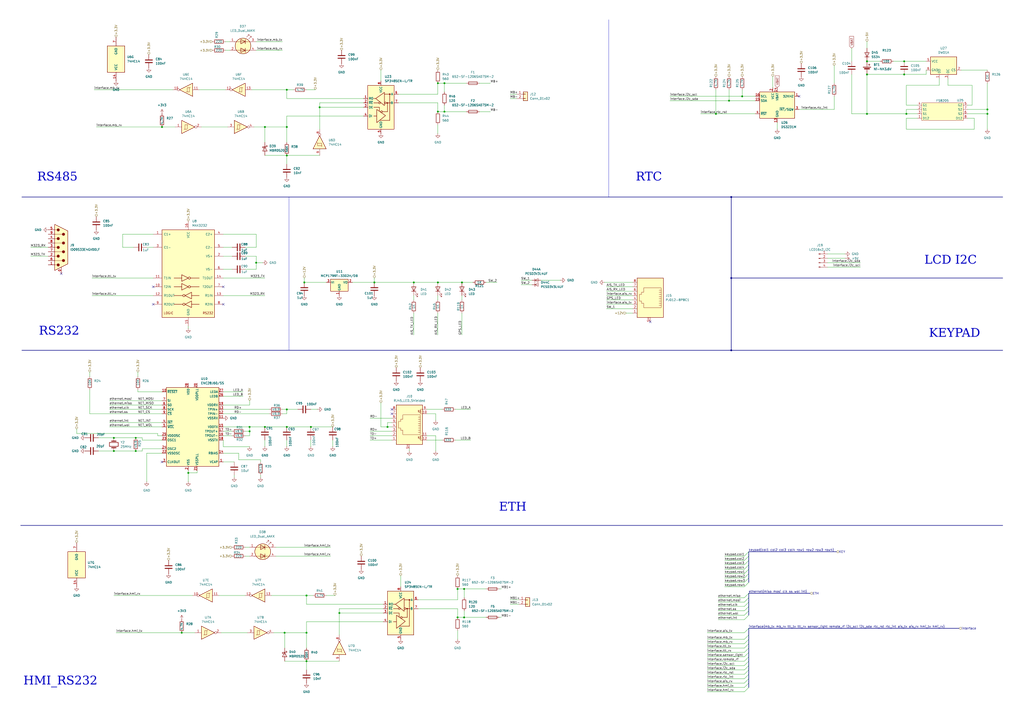
<source format=kicad_sch>
(kicad_sch (version 20231120) (generator "eeschema") (generator_version "8.0")
  (paper "A2")
  (junction (at 105.41 367.03))
  (junction (at 424.18 203.2))
  (junction (at 257.81 64.77))
  (junction (at 572.77 63.5))
  (junction (at 185.42 62.23))
  (junction (at 144.78 247.65))
  (junction (at 502.92 66.04))
  (junction (at 240.03 163.83))
  (junction (at 254 64.77))
  (junction (at 422.91 58.42))
  (junction (at 502.92 35.56))
  (junction (at 525.78 66.04))
  (junction (at 224.79 247.65))
  (junction (at 254 48.26))
  (junction (at 177.8 367.03))
  (junction (at 153.67 73.66))
  (junction (at 217.17 163.83))
  (junction (at 78.74 254))
  (junction (at 257.81 48.26))
  (junction (at 144.78 250.19))
  (junction (at 254 163.83))
  (junction (at 153.67 247.65))
  (junction (at 572.77 66.04))
  (junction (at 165.1 367.03))
  (junction (at 269.24 358.14))
  (junction (at 265.43 341.63))
  (junction (at 415.29 66.04))
  (junction (at 265.43 358.14))
  (junction (at 148.59 152.4))
  (junction (at 196.85 355.6))
  (junction (at 180.34 247.65))
  (junction (at 524.51 35.56))
  (junction (at 502.92 43.18))
  (junction (at 269.24 341.63))
  (junction (at 267.97 163.83))
  (junction (at 424.18 161.29))
  (junction (at 109.22 274.32))
  (junction (at 177.8 345.44))
  (junction (at 177.8 383.54))
  (junction (at 166.37 237.49))
  (junction (at 66.04 261.62))
  (junction (at 166.37 73.66))
  (junction (at 524.51 43.18))
  (junction (at 93.98 73.66))
  (junction (at 430.53 55.88))
  (junction (at 166.37 90.17))
  (junction (at 78.74 261.62))
  (junction (at 166.37 52.07))
  (junction (at 66.04 254))
  (junction (at 424.18 114.3))
  (junction (at 176.53 163.83))
  (junction (at 166.37 247.65))
  (no_connect (at 227.33 240.03))
  (no_connect (at 35.56 158.75))
  (no_connect (at 463.55 55.88))
  (no_connect (at 227.33 237.49))
  (no_connect (at 93.98 267.97))
  (no_connect (at 377.19 186.69))
  (no_connect (at 88.9 166.37))
  (no_connect (at 88.9 176.53))
  (no_connect (at 129.54 176.53))
  (no_connect (at 129.54 166.37))
  (bus_entry (at 434.34 351.79) (size -2.54 2.54))
  (bus_entry (at 434.34 335.28) (size -2.54 2.54))
  (bus_entry (at 434.34 378.46) (size -2.54 2.54))
  (bus_entry (at 434.34 356.87) (size -2.54 2.54))
  (bus_entry (at 434.34 337.82) (size -2.54 2.54))
  (bus_entry (at 434.34 396.24) (size -2.54 2.54))
  (bus_entry (at 434.34 381) (size -2.54 2.54))
  (bus_entry (at 434.34 386.08) (size -2.54 2.54))
  (bus_entry (at 434.34 325.12) (size -2.54 2.54))
  (bus_entry (at 434.34 349.25) (size -2.54 2.54))
  (bus_entry (at 434.34 368.3) (size -2.54 2.54))
  (bus_entry (at 434.34 388.62) (size -2.54 2.54))
  (bus_entry (at 434.34 330.2) (size -2.54 2.54))
  (bus_entry (at 434.34 393.7) (size -2.54 2.54))
  (bus_entry (at 434.34 373.38) (size -2.54 2.54))
  (bus_entry (at 434.34 344.17) (size -2.54 2.54))
  (bus_entry (at 434.34 346.71) (size -2.54 2.54))
  (bus_entry (at 434.34 364.49) (size -2.54 2.54))
  (bus_entry (at 434.34 354.33) (size -2.54 2.54))
  (bus_entry (at 434.34 391.16) (size -2.54 2.54))
  (bus_entry (at 434.34 320.04) (size -2.54 2.54))
  (bus_entry (at 434.34 332.74) (size -2.54 2.54))
  (bus_entry (at 434.34 383.54) (size -2.54 2.54))
  (bus_entry (at 434.34 375.92) (size -2.54 2.54))
  (bus_entry (at 434.34 370.84) (size -2.54 2.54))
  (bus_entry (at 434.34 327.66) (size -2.54 2.54))
  (bus_entry (at 434.34 322.58) (size -2.54 2.54))
  (bus_entry (at 434.34 398.78) (size -2.54 2.54))
  (wire (pts (xy 109.22 279.4) (xy 109.22 274.32)))
  (wire (pts (xy 410.21 370.84) (xy 431.8 370.84)))
  (wire (pts (xy 105.41 367.03) (xy 113.03 367.03)))
  (wire (pts (xy 410.21 391.16) (xy 431.8 391.16)))
  (bus (pts (xy 434.34 364.49) (xy 556.26 364.49)))
  (wire (pts (xy 85.09 262.89) (xy 85.09 279.4)))
  (wire (pts (xy 483.87 38.1) (xy 483.87 48.26)))
  (wire (pts (xy 420.37 325.12) (xy 431.8 325.12)))
  (wire (pts (xy 518.16 35.56) (xy 524.51 35.56)))
  (wire (pts (xy 231.14 59.69) (xy 254 59.69)))
  (wire (pts (xy 351.79 168.91) (xy 367.03 168.91)))
  (wire (pts (xy 114.3 274.32) (xy 109.22 274.32)))
  (wire (pts (xy 67.31 367.03) (xy 105.41 367.03)))
  (wire (pts (xy 165.1 383.54) (xy 177.8 383.54)))
  (wire (pts (xy 463.55 63.5) (xy 483.87 63.5)))
  (wire (pts (xy 351.79 171.45) (xy 367.03 171.45)))
  (wire (pts (xy 144.78 234.95) (xy 144.78 232.41)))
  (bus (pts (xy 434.34 332.74) (xy 434.34 330.2)))
  (wire (pts (xy 252.73 240.03) (xy 252.73 243.84)))
  (wire (pts (xy 151.13 266.7) (xy 151.13 267.97)))
  (wire (pts (xy 267.97 194.31) (xy 267.97 181.61)))
  (wire (pts (xy 532.13 68.58) (xy 525.78 68.58)))
  (wire (pts (xy 93.98 227.33) (xy 80.01 227.33)))
  (wire (pts (xy 165.1 367.03) (xy 165.1 375.92)))
  (wire (pts (xy 273.05 255.27) (xy 264.16 255.27)))
  (wire (pts (xy 193.04 259.08) (xy 193.04 255.27)))
  (wire (pts (xy 410.21 396.24) (xy 431.8 396.24)))
  (bus (pts (xy 434.34 391.16) (xy 434.34 393.7)))
  (wire (pts (xy 217.17 161.29) (xy 217.17 163.83)))
  (wire (pts (xy 351.79 173.99) (xy 367.03 173.99)))
  (wire (pts (xy 177.8 383.54) (xy 196.85 383.54)))
  (wire (pts (xy 129.54 247.65) (xy 144.78 247.65)))
  (wire (pts (xy 363.22 181.61) (xy 367.03 181.61)))
  (wire (pts (xy 217.17 163.83) (xy 240.03 163.83)))
  (wire (pts (xy 140.97 227.33) (xy 129.54 227.33)))
  (wire (pts (xy 410.21 367.03) (xy 431.8 367.03)))
  (bus (pts (xy 434.34 351.79) (xy 434.34 349.25)))
  (wire (pts (xy 269.24 354.33) (xy 269.24 358.14)))
  (wire (pts (xy 416.56 351.79) (xy 431.8 351.79)))
  (wire (pts (xy 180.34 247.65) (xy 193.04 247.65)))
  (wire (pts (xy 572.77 48.26) (xy 572.77 63.5)))
  (wire (pts (xy 129.54 237.49) (xy 156.21 237.49)))
  (wire (pts (xy 142.24 317.5) (xy 144.78 317.5)))
  (wire (pts (xy 254 48.26) (xy 257.81 48.26)))
  (wire (pts (xy 499.11 154.94) (xy 480.06 154.94)))
  (bus (pts (xy 424.18 203.2) (xy 581.66 203.2)))
  (bus (pts (xy 424.18 161.29) (xy 581.66 161.29)))
  (wire (pts (xy 140.97 229.87) (xy 129.54 229.87)))
  (wire (pts (xy 148.59 135.89) (xy 129.54 135.89)))
  (wire (pts (xy 254 194.31) (xy 254 181.61)))
  (wire (pts (xy 63.5 232.41) (xy 93.98 232.41)))
  (wire (pts (xy 82.55 260.35) (xy 93.98 260.35)))
  (bus (pts (xy 12.7 203.2) (xy 424.18 203.2)))
  (wire (pts (xy 184.15 237.49) (xy 180.34 237.49)))
  (wire (pts (xy 247.65 252.73) (xy 252.73 252.73)))
  (wire (pts (xy 254 163.83) (xy 267.97 163.83)))
  (wire (pts (xy 214.63 255.27) (xy 227.33 255.27)))
  (wire (pts (xy 257.81 48.26) (xy 257.81 53.34)))
  (wire (pts (xy 214.63 252.73) (xy 227.33 252.73)))
  (wire (pts (xy 247.65 255.27) (xy 256.54 255.27)))
  (wire (pts (xy 191.77 317.5) (xy 160.02 317.5)))
  (wire (pts (xy 82.55 261.62) (xy 78.74 261.62)))
  (wire (pts (xy 450.85 74.93) (xy 450.85 71.12)))
  (wire (pts (xy 416.56 346.71) (xy 431.8 346.71)))
  (wire (pts (xy 232.41 334.01) (xy 232.41 340.36)))
  (wire (pts (xy 180.34 259.08) (xy 180.34 255.27)))
  (wire (pts (xy 227.33 245.11) (xy 224.79 245.11)))
  (wire (pts (xy 130.81 24.13) (xy 133.35 24.13)))
  (wire (pts (xy 295.91 347.98) (xy 300.99 347.98)))
  (wire (pts (xy 177.8 345.44) (xy 157.48 345.44)))
  (wire (pts (xy 82.55 260.35) (xy 82.55 261.62)))
  (wire (pts (xy 350.52 163.83) (xy 367.03 163.83)))
  (bus (pts (xy 434.34 335.28) (xy 434.34 337.82)))
  (wire (pts (xy 410.21 393.7) (xy 431.8 393.7)))
  (wire (pts (xy 177.8 360.68) (xy 177.8 367.03)))
  (bus (pts (xy 434.34 388.62) (xy 434.34 386.08)))
  (wire (pts (xy 430.53 55.88) (xy 438.15 55.88)))
  (wire (pts (xy 290.83 341.63) (xy 289.56 341.63)))
  (wire (pts (xy 524.51 35.56) (xy 537.21 35.56)))
  (wire (pts (xy 565.15 68.58) (xy 561.34 68.58)))
  (bus (pts (xy 434.34 325.12) (xy 434.34 322.58)))
  (wire (pts (xy 388.62 55.88) (xy 430.53 55.88)))
  (wire (pts (xy 240.03 171.45) (xy 240.03 173.99)))
  (wire (pts (xy 410.21 398.78) (xy 431.8 398.78)))
  (bus (pts (xy 434.34 370.84) (xy 434.34 368.3)))
  (bus (pts (xy 434.34 354.33) (xy 434.34 351.79)))
  (wire (pts (xy 93.98 262.89) (xy 85.09 262.89)))
  (wire (pts (xy 420.37 340.36) (xy 431.8 340.36)))
  (wire (pts (xy 252.73 252.73) (xy 252.73 261.62)))
  (wire (pts (xy 194.31 345.44) (xy 189.23 345.44)))
  (wire (pts (xy 302.26 165.1) (xy 308.61 165.1)))
  (polyline (pts (xy 353.06 11.43) (xy 353.06 114.3)))
  (wire (pts (xy 66.04 345.44) (xy 111.76 345.44)))
  (wire (pts (xy 490.22 149.86) (xy 480.06 149.86)))
  (wire (pts (xy 78.74 254) (xy 66.04 254)))
  (wire (pts (xy 82.55 254) (xy 78.74 254)))
  (wire (pts (xy 525.78 63.5) (xy 525.78 66.04)))
  (wire (pts (xy 532.13 63.5) (xy 525.78 63.5)))
  (wire (pts (xy 416.56 356.87) (xy 431.8 356.87)))
  (wire (pts (xy 222.25 350.52) (xy 177.8 350.52)))
  (wire (pts (xy 165.1 367.03) (xy 158.75 367.03)))
  (wire (pts (xy 549.91 49.53) (xy 563.88 49.53)))
  (wire (pts (xy 66.04 254) (xy 57.15 254)))
  (wire (pts (xy 537.21 43.18) (xy 524.51 43.18)))
  (wire (pts (xy 138.43 266.7) (xy 151.13 266.7)))
  (bus (pts (xy 434.34 349.25) (xy 434.34 346.71)))
  (wire (pts (xy 166.37 52.07) (xy 146.05 52.07)))
  (wire (pts (xy 525.78 74.93) (xy 565.15 74.93)))
  (wire (pts (xy 153.67 259.08) (xy 153.67 255.27)))
  (wire (pts (xy 71.12 135.89) (xy 88.9 135.89)))
  (wire (pts (xy 109.22 274.32) (xy 109.22 273.05)))
  (wire (pts (xy 115.57 52.07) (xy 130.81 52.07)))
  (wire (pts (xy 129.54 259.08) (xy 144.78 259.08)))
  (wire (pts (xy 142.24 143.51) (xy 148.59 143.51)))
  (bus (pts (xy 434.34 375.92) (xy 434.34 373.38)))
  (wire (pts (xy 163.83 240.03) (xy 166.37 240.03)))
  (wire (pts (xy 196.85 353.06) (xy 222.25 353.06)))
  (bus (pts (xy 434.34 393.7) (xy 434.34 396.24)))
  (wire (pts (xy 91.44 252.73) (xy 91.44 251.46)))
  (wire (pts (xy 269.24 358.14) (xy 281.94 358.14)))
  (wire (pts (xy 166.37 90.17) (xy 166.37 95.25)))
  (wire (pts (xy 224.79 247.65) (xy 220.98 247.65)))
  (wire (pts (xy 420.37 322.58) (xy 431.8 322.58)))
  (wire (pts (xy 494.03 27.94) (xy 494.03 35.56)))
  (wire (pts (xy 166.37 247.65) (xy 180.34 247.65)))
  (wire (pts (xy 129.54 156.21) (xy 134.62 156.21)))
  (wire (pts (xy 148.59 152.4) (xy 148.59 148.59)))
  (wire (pts (xy 416.56 359.41) (xy 431.8 359.41)))
  (wire (pts (xy 144.78 247.65) (xy 153.67 247.65)))
  (wire (pts (xy 148.59 152.4) (xy 152.4 152.4)))
  (wire (pts (xy 242.57 353.06) (xy 265.43 353.06)))
  (wire (pts (xy 148.59 143.51) (xy 148.59 135.89)))
  (bus (pts (xy 424.18 114.3) (xy 424.18 161.29)))
  (wire (pts (xy 502.92 43.18) (xy 502.92 66.04)))
  (wire (pts (xy 254 171.45) (xy 254 173.99)))
  (bus (pts (xy 434.34 335.28) (xy 434.34 332.74)))
  (wire (pts (xy 116.84 73.66) (xy 132.08 73.66)))
  (wire (pts (xy 410.21 386.08) (xy 431.8 386.08)))
  (wire (pts (xy 163.83 24.13) (xy 148.59 24.13)))
  (wire (pts (xy 267.97 163.83) (xy 274.32 163.83)))
  (wire (pts (xy 281.94 163.83) (xy 288.29 163.83)))
  (wire (pts (xy 44.45 251.46) (xy 91.44 251.46)))
  (wire (pts (xy 196.85 355.6) (xy 222.25 355.6)))
  (wire (pts (xy 420.37 332.74) (xy 431.8 332.74)))
  (wire (pts (xy 177.8 345.44) (xy 181.61 345.44)))
  (wire (pts (xy 166.37 67.31) (xy 166.37 73.66)))
  (wire (pts (xy 265.43 358.14) (xy 269.24 358.14)))
  (wire (pts (xy 153.67 171.45) (xy 129.54 171.45)))
  (bus (pts (xy 424.18 161.29) (xy 424.18 203.2)))
  (wire (pts (xy 63.5 234.95) (xy 93.98 234.95)))
  (wire (pts (xy 63.5 237.49) (xy 93.98 237.49)))
  (wire (pts (xy 204.47 163.83) (xy 217.17 163.83)))
  (wire (pts (xy 502.92 66.04) (xy 525.78 66.04)))
  (bus (pts (xy 434.34 320.04) (xy 485.14 320.04)))
  (wire (pts (xy 525.78 68.58) (xy 525.78 74.93)))
  (wire (pts (xy 93.98 255.27) (xy 82.55 255.27)))
  (wire (pts (xy 196.85 355.6) (xy 196.85 353.06)))
  (wire (pts (xy 52.07 240.03) (xy 52.07 226.06)))
  (wire (pts (xy 142.24 156.21) (xy 148.59 156.21)))
  (wire (pts (xy 565.15 74.93) (xy 565.15 68.58)))
  (wire (pts (xy 55.88 73.66) (xy 93.98 73.66)))
  (wire (pts (xy 71.12 143.51) (xy 71.12 135.89)))
  (wire (pts (xy 129.54 267.97) (xy 135.89 267.97)))
  (wire (pts (xy 351.79 166.37) (xy 367.03 166.37)))
  (wire (pts (xy 265.43 341.63) (xy 269.24 341.63)))
  (bus (pts (xy 434.34 346.71) (xy 434.34 344.17)))
  (wire (pts (xy 114.3 273.05) (xy 114.3 274.32)))
  (wire (pts (xy 254 59.69) (xy 254 64.77)))
  (wire (pts (xy 185.42 62.23) (xy 185.42 59.69)))
  (bus (pts (xy 11.9886 304.8) (xy 581.66 304.8)))
  (wire (pts (xy 177.8 383.54) (xy 177.8 388.62)))
  (wire (pts (xy 129.54 148.59) (xy 134.62 148.59)))
  (wire (pts (xy 63.5 247.65) (xy 93.98 247.65)))
  (wire (pts (xy 257.81 60.96) (xy 257.81 64.77)))
  (wire (pts (xy 153.67 73.66) (xy 147.32 73.66)))
  (wire (pts (xy 54.61 52.07) (xy 100.33 52.07)))
  (wire (pts (xy 295.91 57.15) (xy 299.72 57.15)))
  (wire (pts (xy 295.91 350.52) (xy 300.99 350.52)))
  (wire (pts (xy 148.59 156.21) (xy 148.59 152.4)))
  (wire (pts (xy 222.25 360.68) (xy 177.8 360.68)))
  (wire (pts (xy 406.4 66.04) (xy 415.29 66.04)))
  (wire (pts (xy 267.97 171.45) (xy 267.97 173.99)))
  (wire (pts (xy 130.81 29.21) (xy 133.35 29.21)))
  (polyline (pts (xy 167.64 114.3) (xy 167.64 203.2)))
  (wire (pts (xy 166.37 52.07) (xy 170.18 52.07)))
  (wire (pts (xy 82.55 255.27) (xy 82.55 254)))
  (wire (pts (xy 17.78 143.51) (xy 27.94 143.51)))
  (wire (pts (xy 237.49 261.62) (xy 237.49 260.35)))
  (wire (pts (xy 166.37 73.66) (xy 153.67 73.66)))
  (wire (pts (xy 129.54 234.95) (xy 144.78 234.95)))
  (wire (pts (xy 220.98 40.64) (xy 220.98 46.99)))
  (wire (pts (xy 93.98 73.66) (xy 101.6 73.66)))
  (wire (pts (xy 494.03 43.18) (xy 494.03 66.04)))
  (wire (pts (xy 420.37 335.28) (xy 431.8 335.28)))
  (wire (pts (xy 410.21 381) (xy 431.8 381)))
  (bus (pts (xy 434.34 322.58) (xy 434.34 320.04)))
  (wire (pts (xy 166.37 259.08) (xy 166.37 255.27)))
  (wire (pts (xy 176.53 163.83) (xy 189.23 163.83)))
  (wire (pts (xy 163.83 29.21) (xy 148.59 29.21)))
  (wire (pts (xy 151.13 276.86) (xy 151.13 275.59)))
  (wire (pts (xy 17.78 148.59) (xy 27.94 148.59)))
  (wire (pts (xy 176.53 161.29) (xy 176.53 163.83)))
  (wire (pts (xy 502.92 43.18) (xy 524.51 43.18)))
  (wire (pts (xy 63.5 245.11) (xy 93.98 245.11)))
  (wire (pts (xy 153.67 247.65) (xy 166.37 247.65)))
  (bus (pts (xy 434.34 391.16) (xy 434.34 388.62)))
  (wire (pts (xy 166.37 237.49) (xy 172.72 237.49)))
  (wire (pts (xy 257.81 48.26) (xy 270.51 48.26)))
  (wire (pts (xy 127 345.44) (xy 142.24 345.44)))
  (wire (pts (xy 240.03 181.61) (xy 240.03 194.31)))
  (wire (pts (xy 525.78 66.04) (xy 532.13 66.04)))
  (wire (pts (xy 420.37 327.66) (xy 431.8 327.66)))
  (wire (pts (xy 231.14 54.61) (xy 254 54.61)))
  (wire (pts (xy 525.78 49.53) (xy 544.83 49.53)))
  (wire (pts (xy 561.34 66.04) (xy 572.77 66.04)))
  (wire (pts (xy 166.37 73.66) (xy 166.37 82.55)))
  (wire (pts (xy 420.37 330.2) (xy 431.8 330.2)))
  (wire (pts (xy 191.77 322.58) (xy 160.02 322.58)))
  (bus (pts (xy 12.7 114.3) (xy 424.18 114.3)))
  (wire (pts (xy 134.62 252.73) (xy 129.54 252.73)))
  (wire (pts (xy 483.87 55.88) (xy 483.87 63.5)))
  (wire (pts (xy 93.98 240.03) (xy 52.07 240.03)))
  (wire (pts (xy 265.43 370.84) (xy 265.43 365.76)))
  (wire (pts (xy 142.24 250.19) (xy 144.78 250.19)))
  (bus (pts (xy 434.34 383.54) (xy 434.34 381)))
  (wire (pts (xy 254 64.77) (xy 257.81 64.77)))
  (wire (pts (xy 129.54 255.27) (xy 129.54 259.08)))
  (wire (pts (xy 563.88 49.53) (xy 563.88 60.96)))
  (wire (pts (xy 144.78 250.19) (xy 144.78 247.65)))
  (bus (pts (xy 434.34 386.08) (xy 434.34 383.54)))
  (wire (pts (xy 129.54 240.03) (xy 156.21 240.03)))
  (wire (pts (xy 80.01 215.9) (xy 80.01 218.44)))
  (bus (pts (xy 434.34 356.87) (xy 434.34 354.33)))
  (wire (pts (xy 240.03 163.83) (xy 254 163.83)))
  (wire (pts (xy 153.67 73.66) (xy 153.67 82.55)))
  (wire (pts (xy 265.43 353.06) (xy 265.43 358.14)))
  (wire (pts (xy 135.89 276.86) (xy 135.89 275.59)))
  (bus (pts (xy 434.34 381) (xy 434.34 378.46)))
  (wire (pts (xy 53.34 171.45) (xy 88.9 171.45)))
  (wire (pts (xy 182.88 52.07) (xy 177.8 52.07)))
  (wire (pts (xy 129.54 143.51) (xy 134.62 143.51)))
  (wire (pts (xy 153.67 161.29) (xy 129.54 161.29)))
  (wire (pts (xy 185.42 74.93) (xy 185.42 62.23)))
  (bus (pts (xy 434.34 378.46) (xy 434.34 375.92)))
  (wire (pts (xy 247.65 240.03) (xy 252.73 240.03)))
  (wire (pts (xy 325.12 162.56) (xy 313.69 162.56)))
  (wire (pts (xy 415.29 52.07) (xy 415.29 66.04)))
  (wire (pts (xy 561.34 63.5) (xy 572.77 63.5)))
  (wire (pts (xy 532.13 60.96) (xy 525.78 60.96)))
  (wire (pts (xy 494.03 66.04) (xy 502.92 66.04)))
  (wire (pts (xy 572.77 63.5) (xy 572.77 66.04)))
  (bus (pts (xy 434.34 327.66) (xy 434.34 325.12)))
  (wire (pts (xy 544.83 49.53) (xy 544.83 45.72)))
  (wire (pts (xy 196.85 368.3) (xy 196.85 355.6)))
  (wire (pts (xy 422.91 58.42) (xy 438.15 58.42)))
  (bus (pts (xy 434.34 344.17) (xy 469.9 344.17)))
  (wire (pts (xy 80.01 227.33) (xy 80.01 226.06)))
  (wire (pts (xy 431.8 383.54) (xy 410.21 383.54)))
  (wire (pts (xy 416.56 354.33) (xy 431.8 354.33)))
  (wire (pts (xy 273.05 237.49) (xy 264.16 237.49)))
  (wire (pts (xy 537.21 40.64) (xy 537.21 43.18)))
  (wire (pts (xy 490.22 147.32) (xy 480.06 147.32)))
  (wire (pts (xy 134.62 250.19) (xy 129.54 250.19)))
  (wire (pts (xy 138.43 262.89) (xy 138.43 266.7)))
  (wire (pts (xy 448.31 44.45) (xy 448.31 50.8)))
  (wire (pts (xy 302.26 162.56) (xy 308.61 162.56)))
  (wire (pts (xy 416.56 349.25) (xy 431.8 349.25)))
  (wire (pts (xy 410.21 378.46) (xy 431.8 378.46)))
  (wire (pts (xy 53.34 161.29) (xy 88.9 161.29)))
  (bus (pts (xy 434.34 396.24) (xy 434.34 398.78)))
  (wire (pts (xy 166.37 240.03) (xy 166.37 237.49)))
  (wire (pts (xy 177.8 350.52) (xy 177.8 345.44)))
  (wire (pts (xy 415.29 66.04) (xy 438.15 66.04)))
  (wire (pts (xy 185.42 59.69) (xy 210.82 59.69)))
  (wire (pts (xy 214.63 242.57) (xy 227.33 242.57)))
  (wire (pts (xy 430.53 52.07) (xy 430.53 55.88)))
  (wire (pts (xy 422.91 52.07) (xy 422.91 58.42)))
  (wire (pts (xy 142.24 322.58) (xy 144.78 322.58)))
  (bus (pts (xy 434.34 373.38) (xy 434.34 370.84)))
  (wire (pts (xy 166.37 57.15) (xy 166.37 52.07)))
  (wire (pts (xy 557.53 40.64) (xy 572.77 40.64)))
  (wire (pts (xy 44.45 248.92) (xy 44.45 251.46)))
  (wire (pts (xy 502.92 35.56) (xy 510.54 35.56)))
  (wire (pts (xy 77.47 143.51) (xy 71.12 143.51)))
  (wire (pts (xy 563.88 60.96) (xy 561.34 60.96)))
  (wire (pts (xy 109.22 190.5) (xy 109.22 189.23)))
  (wire (pts (xy 351.79 179.07) (xy 367.03 179.07)))
  (bus (pts (xy 434.34 368.3) (xy 434.34 364.49)))
  (wire (pts (xy 278.13 64.77) (xy 284.48 64.77)))
  (wire (pts (xy 247.65 237.49) (xy 256.54 237.49)))
  (wire (pts (xy 525.78 60.96) (xy 525.78 49.53)))
  (wire (pts (xy 549.91 49.53) (xy 549.91 45.72)))
  (wire (pts (xy 351.79 176.53) (xy 367.03 176.53)))
  (wire (pts (xy 163.83 237.49) (xy 166.37 237.49)))
  (wire (pts (xy 93.98 252.73) (xy 91.44 252.73)))
  (wire (pts (xy 66.04 261.62) (xy 57.15 261.62)))
  (wire (pts (xy 295.91 54.61) (xy 299.72 54.61)))
  (wire (pts (xy 410.21 373.38) (xy 431.8 373.38)))
  (wire (pts (xy 410.21 388.62) (xy 431.8 388.62)))
  (wire (pts (xy 410.21 401.32) (xy 431.8 401.32)))
  (wire (pts (xy 214.63 250.19) (xy 227.33 250.19)))
  (wire (pts (xy 128.27 367.03) (xy 143.51 367.03)))
  (wire (pts (xy 185.42 62.23) (xy 210.82 62.23)))
  (wire (pts (xy 388.62 58.42) (xy 422.91 58.42)))
  (wire (pts (xy 290.83 358.14) (xy 289.56 358.14)))
  (wire (pts (xy 224.79 245.11) (xy 224.79 247.65)))
  (wire (pts (xy 257.81 64.77) (xy 270.51 64.77)))
  (wire (pts (xy 265.43 341.63) (xy 265.43 347.98)))
  (wire (pts (xy 177.8 367.03) (xy 165.1 367.03)))
  (wire (pts (xy 177.8 367.03) (xy 177.8 375.92)))
  (wire (pts (xy 499.11 152.4) (xy 480.06 152.4)))
  (wire (pts (xy 278.13 48.26) (xy 284.48 48.26)))
  (wire (pts (xy 220.98 233.68) (xy 220.98 247.65)))
  (wire (pts (xy 166.37 90.17) (xy 185.42 90.17)))
  (wire (pts (xy 148.59 148.59) (xy 142.24 148.59)))
  (wire (pts (xy 153.67 90.17) (xy 166.37 90.17)))
  (wire (pts (xy 144.78 252.73) (xy 144.78 250.19)))
  (wire (pts (xy 254 48.26) (xy 254 54.61)))
  (wire (pts (xy 129.54 262.89) (xy 138.43 262.89)))
  (wire (pts (xy 227.33 247.65) (xy 224.79 247.65)))
  (wire (pts (xy 142.24 252.73) (xy 144.78 252.73)))
  (bus (pts (xy 424.18 114.3) (xy 581.66 114.3)))
  (wire (pts (xy 269.24 341.63) (xy 281.94 341.63)))
  (wire (pts (xy 78.74 261.62) (xy 66.04 261.62)))
  (wire (pts (xy 502.92 24.13) (xy 502.92 27.94)))
  (wire (pts (xy 85.09 143.51) (xy 88.9 143.51)))
  (wire (pts (xy 52.07 215.9) (xy 52.07 218.44)))
  (wire (pts (xy 210.82 67.31) (xy 166.37 67.31)))
  (wire (pts (xy 242.57 347.98) (xy 265.43 347.98)))
  (wire (pts (xy 572.77 66.04) (xy 572.77 74.93)))
  (wire (pts (xy 210.82 57.15) (xy 166.37 57.15)))
  (bus (pts (xy 434.34 330.2) (xy 434.34 327.66)))
  (wire (pts (xy 254 77.47) (xy 254 72.39)))
  (wire (pts (xy 410.21 375.92) (xy 431.8 375.92)))
  (wire (pts (xy 269.24 341.63) (xy 269.24 346.71)))
  (wire (pts (xy 420.37 337.82) (xy 431.8 337.82)))
  (text "RTC" (at 376.428 104.14 0) (effects (font (size 5 5))))
  (text "LCD I2C\n" (at 551.434 152.4 0) (effects (font (size 5 5))))
  (text "KEYPAD\n" (at 553.72 194.818 0) (effects (font (size 5 5))))
  (text "RS485\n" (at 33.274 104.14 0) (effects (font (size 5 5))))
  (text "ETH" (at 297.434 295.656 0) (effects (font (size 5 5))))
  (text "HMI_RS232" (at 35.052 396.494 0) (effects (font (size 5 5))))
  (text "RS232" (at 34.29 193.548 0) (effects (font (size 5 5))))
  (label "interface.hmi_rx" (at 66.04 345.44 0))
  (label "interface.i2c_sda" (at 499.11 152.4 180))
  (label "interface.hmi_tx" (at 410.21 398.78 0))
  (label "SW_1" (at 351.79 179.07 0))
  (label "ethernet.mosi" (at 63.5 232.41 0))
  (label "MB1-" (at 295.91 350.52 0))
  (label "RD-" (at 135.89 240.03 0))
  (label "RD+" (at 135.89 237.49 0))
  (label "ethernet.clk" (at 416.56 351.79 0))
  (label "interface.ttl_rx" (at 410.21 378.46 0))
  (label "interface.i2c_sda" (at 388.62 58.42 0))
  (label "interface.mb_rx" (at 410.21 373.38 0))
  (label "GPS_LED" (at 351.79 173.99 0))
  (label "TD+" (at 134.62 250.19 180))
  (label "M323_TX" (at 153.67 161.29 180))
  (label "MB1+" (at 295.91 347.98 0))
  (label "interface.ais_rx" (at 410.21 396.24 0))
  (label "AIS_TX_LED" (at 240.03 194.31 90))
  (label "NET_MISO" (at 80.01 234.95 0))
  (label "interface.ttl_rx" (at 53.34 171.45 0))
  (label "interface.ais_rx" (at 351.79 171.45 0))
  (label "interface.i2c_scl" (at 410.21 386.08 0))
  (label "interface.hmi_tx" (at 191.77 317.5 180))
  (label "NET_SCK" (at 80.01 237.49 0))
  (label "keypad{col1 col2 col3 col4 row1 row2 row3 row4}" (at 434.34 320.04 0))
  (label "NET_INT" (at 80.01 245.11 0))
  (label "MB+" (at 295.91 54.61 0))
  (label "interface.mb_rx" (at 55.88 73.66 0))
  (label "GPS_LED" (at 267.97 194.31 90))
  (label "keypad.col2" (at 420.37 325.12 0))
  (label "M323_RX" (at 17.78 143.51 0))
  (label "ethernet{miso mosi clk ss wol int}" (at 434.34 344.17 0))
  (label "NET_MOSI" (at 80.01 232.41 0))
  (label "keypad.col1" (at 420.37 322.58 0))
  (label "interface.remote_rf" (at 410.21 383.54 0))
  (label "ethernet.mosi" (at 416.56 349.25 0))
  (label "interface.ais_tx" (at 410.21 367.03 0))
  (label "interface.rtc_rst" (at 406.4 66.04 0))
  (label "RD+" (at 214.63 250.19 0))
  (label "ethernet.ss" (at 416.56 354.33 0))
  (label "interface.ttl_tx" (at 53.34 161.29 0))
  (label "NET_CS" (at 80.01 240.03 0))
  (label "interface.rtc_rst" (at 410.21 391.16 0))
  (label "AIS_RX_LED" (at 351.79 168.91 0))
  (label "MB-" (at 295.91 57.15 0))
  (label "MB1+" (at 290.83 341.63 0))
  (label "interface.ttl_tx" (at 410.21 375.92 0))
  (label "ethernet.miso" (at 63.5 234.95 0))
  (label "interface.mb_tx" (at 410.21 370.84 0))
  (label "ethernet.wol" (at 416.56 356.87 0))
  (label "interface.mb_tx" (at 54.61 52.07 0))
  (label "ethernet.ss" (at 63.5 240.03 0))
  (label "ethernet.int" (at 63.5 245.11 0))
  (label "M323_RX" (at 153.67 171.45 180))
  (label "ethernet.clk" (at 63.5 237.49 0))
  (label "interface.hmi_tx" (at 67.31 367.03 0))
  (label "interface.ais_tx" (at 351.79 176.53 0))
  (label "keypad.row4" (at 420.37 340.36 0))
  (label "AIS_TX_LED" (at 351.79 166.37 0))
  (label "LED_B" (at 273.05 255.27 180))
  (label "keypad.row2" (at 420.37 335.28 0))
  (label "LED_A" (at 273.05 237.49 180))
  (label "interface.rtc_int" (at 410.21 393.7 0))
  (label "interface.hmi_rx" (at 191.77 322.58 180))
  (label "LED_A" (at 140.97 227.33 180))
  (label "TD-" (at 134.62 252.73 180))
  (label "interface.i2c_scl" (at 499.11 154.94 180))
  (label "ethernet.miso" (at 416.56 346.71 0))
  (label "interface.hmi_rx" (at 410.21 401.32 0))
  (label "TD-" (at 214.63 252.73 0))
  (label "keypad.row3" (at 420.37 337.82 0))
  (label "NET_WOL" (at 80.01 247.65 0))
  (label "interface.rtc_int" (at 464.82 63.5 0))
  (label "SW_1" (at 302.26 162.56 0))
  (label "MB-" (at 284.48 64.77 0))
  (label "interface.mb_rx" (at 163.83 29.21 180))
  (label "ethernet.wol" (at 63.5 247.65 0))
  (label "MB1-" (at 290.83 358.14 0))
  (label "SW_2" (at 288.29 163.83 180))
  (label "M323_TX" (at 17.78 148.59 0))
  (label "LED_B" (at 140.97 229.87 180))
  (label "interface{mb_tx mb_rx ttl_tx ttl_rx sensor_light remote_rf i2c_scl i2c_sda rtc_rst rtc_int ais_tx ais_rx hmi_tx hmi_rx}" (at 434.34 364.49 0))
  (label "ethernet.int" (at 416.56 359.41 0))
  (label "TD+" (at 214.63 255.27 0))
  (label "RD-" (at 214.63 242.57 0))
  (label "AIS_RX_LED" (at 254 194.31 90))
  (label "interface.sensor_light" (at 410.21 381 0))
  (label "keypad.col4" (at 420.37 330.2 0))
  (label "interface.mb_tx" (at 163.83 24.13 180))
  (label "SW_2" (at 302.26 165.1 0))
  (label "interface.i2c_sda" (at 410.21 388.62 0))
  (label "keypad.row1" (at 420.37 332.74 0))
  (label "interface.i2c_scl" (at 388.62 55.88 0))
  (label "keypad.col3" (at 420.37 327.66 0))
  (label "MB+" (at 284.48 48.26 0))
  (global_label "VBAT" (shape input) (at 450.85 50.8 90) (property "Intersheetrefs" "${INTERSHEET_REFS}" (effects (hide yes))))
  (global_label "VBAT" (shape input) (at 494.03 27.94 90) (property "Intersheetrefs" "${INTERSHEET_REFS}" (effects (hide yes))))
  (hierarchical_label "+3.3V" (shape input) (at 254 40.64 90))
  (hierarchical_label "+3.3V" (shape input) (at 67.31 21.59 90))
  (hierarchical_label "+3.3V" (shape input) (at 134.62 322.58 180))
  (hierarchical_label "+3.3V" (shape input) (at 123.19 29.21 180))
  (hierarchical_label "+3.3V" (shape input) (at 86.36 31.75 90))
  (hierarchical_label "+3.3V" (shape input) (at 193.04 247.65 90))
  (hierarchical_label "+3.3V" (shape input) (at 265.43 334.01 90))
  (hierarchical_label "+3.3V" (shape input) (at 415.29 44.45 90))
  (hierarchical_label "+3.3V" (shape input) (at 182.88 52.07 90))
  (hierarchical_label "KEY" (shape input) (at 485.14 320.04 0))
  (hierarchical_label "+3.3V" (shape input) (at 44.45 248.92 90))
  (hierarchical_label "+3.3V" (shape input) (at 220.98 40.64 90))
  (hierarchical_label "+3.3V" (shape input) (at 430.53 44.45 90))
  (hierarchical_label "ETH" (shape input) (at 469.9 344.17 0))
  (hierarchical_label "+12V" (shape input) (at 176.53 161.29 90))
  (hierarchical_label "+3.3V" (shape input) (at 229.87 213.36 90))
  (hierarchical_label "interface" (shape input) (at 556.26 364.49 0))
  (hierarchical_label "+3.3V" (shape input) (at 232.41 334.01 90))
  (hierarchical_label "+3.3V" (shape input) (at 109.22 128.27 90))
  (hierarchical_label "+3.3V" (shape input) (at 422.91 44.45 90))
  (hierarchical_label "+3.3V" (shape input) (at 194.31 345.44 90))
  (hierarchical_label "+3.3V" (shape input) (at 144.78 232.41 90))
  (hierarchical_label "+3.3V" (shape input) (at 448.31 44.45 90))
  (hierarchical_label "+3.3V" (shape input) (at 220.98 233.68 90))
  (hierarchical_label "+3.3V" (shape input) (at 209.55 322.58 90))
  (hierarchical_label "+3.3V" (shape input) (at 464.82 36.83 90))
  (hierarchical_label "+3.3V" (shape input) (at 483.87 38.1 90))
  (hierarchical_label "+3.3V" (shape input) (at 198.12 29.21 90))
  (hierarchical_label "+3.3V" (shape input) (at 134.62 317.5 180))
  (hierarchical_label "+12V" (shape input) (at 363.22 181.61 180))
  (hierarchical_label "+5V" (shape input) (at 502.92 24.13 90))
  (hierarchical_label "+3.3V" (shape input) (at 217.17 161.29 90))
  (hierarchical_label "+3.3V" (shape input) (at 243.84 213.36 90))
  (hierarchical_label "+3.3V" (shape input) (at 97.79 325.12 90))
  (hierarchical_label "+3.3V" (shape input) (at 52.07 215.9 90))
  (hierarchical_label "+3.3V" (shape input) (at 44.45 314.96 90))
  (hierarchical_label "+3.3V" (shape input) (at 123.19 24.13 180))
  (hierarchical_label "+3.3V" (shape input) (at 55.88 125.73 90))
  (hierarchical_label "+3.3V" (shape input) (at 80.01 215.9 90))
  (symbol (lib_id "power:GND") (at 325.12 162.56 90) (unit 1)
    (property "Reference" "#PWR0181" (effects (hide yes)))
    (property "Value" "GND" (at 328.93 162.5599 90) (effects (justify right)))
    (property "Description" "Power symbol creates a global label with name \"GND\" , ground" (effects (hide yes)))
  )
  (symbol (lib_id "Device:R") (at 173.99 52.07 90) (unit 1)
    (property "Reference" "R39" (at 173.99 49.276 90))
    (property "Value" "4.7K" (at 174.244 52.07 90))
    (property "Footprint" "Resistor_SMD:R_0805_2012Metric" (effects (hide yes)))
    (property "Description" "Resistor" (effects (hide yes)))
    (property "Order" "https://www.lcsc.com/product-detail/Chip-Resistor-Surface-Mount_Viking-Tech-ARG05FTC4701_C218604.html?s_z=n_10k" (effects (hide yes)))
  )
  (symbol (lib_id "power:GND") (at 166.37 102.87 0) (unit 1)
    (property "Reference" "#PWR0158" (effects (hide yes)))
    (property "Value" "GND" (at 166.37 107.95 0))
    (property "Description" "Power symbol creates a global label with name \"GND\" , ground" (effects (hide yes)))
  )
  (symbol (lib_id "Device:R") (at 160.02 237.49 90) (unit 1)
    (property "Reference" "R36" (at 162.56 235.204 90) (effects (justify left)))
    (property "Value" "49.9" (at 162.306 237.49 90) (effects (justify left)))
    (property "Footprint" "Resistor_SMD:R_0805_2012Metric" (effects (hide yes)))
    (property "Description" "Resistor" (effects (hide yes)))
    (property "Order" "https://www.lcsc.com/product-detail/Chip-Resistor-Surface-Mount_FOJAN-FRC0805F49R9TS_C2933455.html?s_z=n_10k" (effects (hide yes)))
  )
  (symbol (lib_id "power:GND") (at 464.82 44.45 0) (unit 1)
    (property "Reference" "#PWR0184" (effects (hide yes)))
    (property "Value" "GND" (at 464.82 49.53 0))
    (property "Description" "Power symbol creates a global label with name \"GND\" , ground" (effects (hide yes)))
  )
  (symbol (lib_id "Device:R") (at 572.77 44.45 180) (unit 1)
    (property "Reference" "R126" (at 575.31 43.1799 0) (effects (justify right)))
    (property "Value" "1K" (at 572.77 45.974 90) (effects (justify right)))
    (property "Footprint" "Resistor_SMD:R_0805_2012Metric" (effects (hide yes)))
    (property "Description" "Resistor" (effects (hide yes)))
    (property "Order" "https://www.lcsc.com/product-detail/Chip-Resistor-Surface-Mount_FH-Guangdong-Fenghua-Advanced-Tech-RS-05K301JT_C139887.html?s_z=n_10k" (effects (hide yes)))
  )
  (symbol (lib_id "Device:C") (at 464.82 40.64 0) (unit 1)
    (property "Reference" "C106" (at 468.63 39.3699 0) (effects (justify left)))
    (property "Value" "100nF" (at 468.63 41.9099 0) (effects (justify left)))
    (property "Footprint" "Capacitor_SMD:C_0805_2012Metric" (effects (hide yes)))
    (property "Description" "Unpolarized capacitor" (effects (hide yes)))
    (property "Order" "https://www.lcsc.com/product-detail/Multilayer-Ceramic-Capacitors-MLCC-SMD-SMT_YAGEO-CC0805KRX7R9BB104_C49678.html" (effects (hide yes)))
  )
  (symbol (lib_id "Device:R") (at 138.43 322.58 270) (unit 1)
    (property "Reference" "R34" (at 139.446 320.548 90) (effects (justify right)))
    (property "Value" "220" (at 140.335 322.58 90) (effects (justify right)))
    (property "Footprint" "Resistor_SMD:R_0805_2012Metric" (effects (hide yes)))
    (property "Order" "https://www.lcsc.com/product-detail/Chip-Resistor-Surface-Mount_Viking-Tech-ARG05FTC2200_C218431.html?s_z=n_10k" (effects (hide yes)))
  )
  (symbol (lib_id "power:GND") (at 27.94 133.35 270) (unit 1)
    (property "Reference" "#PWR0164" (effects (hide yes)))
    (property "Value" "GND" (at 24.13 133.3499 90) (effects (justify right)))
    (property "Description" "Power symbol creates a global label with name \"GND\" , ground" (effects (hide yes)))
  )
  (symbol (lib_id "power:GND") (at 151.13 276.86 0) (unit 1)
    (property "Reference" "#PWR0155" (effects (hide yes)))
    (property "Value" "GND" (at 151.13 281.94 0))
    (property "Description" "Power symbol creates a global label with name \"GND\" , ground" (effects (hide yes)))
  )
  (symbol (lib_id "Interface_UART:SP3485EN") (at 232.41 355.6 0) (unit 1)
    (property "Reference" "U24" (at 234.6041 337.82 0) (effects (justify left)))
    (property "Value" "SP3485EN-L/TR" (at 234.6041 340.36 0) (effects (justify left)))
    (property "Footprint" "Package_SO:SOIC-8_3.9x4.9mm_P1.27mm" (effects (hide yes)))
    (property "Datasheet" "http://www.icbase.com/pdf/SPX/SPX00480106.pdf" (effects (hide yes)))
    (property "Description" "Industrial 3.3V Low Power Half-Duplex RS-485 Transceiver 10Mbps, SOIC-8" (effects (hide yes)))
    (property "Order" "https://www.digikey.com/en/products/detail/maxlinear-inc/SP3485EN-L-TR/2471929" (effects (hide yes)))
  )
  (symbol (lib_id "power:+3V3") (at 93.98 66.04 0) (unit 1)
    (property "Reference" "#PWR0146" (effects (hide yes)))
    (property "Value" "+3V3" (at 93.98 60.96 0))
    (property "Description" "Power symbol creates a global label with name \"+3V3\"" (effects (hide yes)))
  )
  (symbol (lib_id "Device:C") (at 177.8 392.43 0) (unit 1)
    (property "Reference" "C96" (at 181.61 391.1599 0) (effects (justify left)))
    (property "Value" "10nF" (at 181.61 393.6999 0) (effects (justify left)))
    (property "Footprint" "Capacitor_SMD:C_0805_2012Metric" (effects (hide yes)))
    (property "Description" "Unpolarized capacitor" (effects (hide yes)))
    (property "Order" "https://www.lcsc.com/product-detail/Multilayer-Ceramic-Capacitors-MLCC-SMD-SMT_YAGEO-CC0805KRX7R9BB103_C83170.html" (effects (hide yes)))
  )
  (symbol (lib_id "Device:R") (at 127 29.21 270) (unit 1)
    (property "Reference" "R30" (at 128.016 27.178 90) (effects (justify right)))
    (property "Value" "220" (at 128.905 29.21 90) (effects (justify right)))
    (property "Footprint" "Resistor_SMD:R_0805_2012Metric" (effects (hide yes)))
    (property "Order" "https://www.lcsc.com/product-detail/Chip-Resistor-Surface-Mount_Viking-Tech-ARG05FTC2200_C218431.html?s_z=n_10k" (effects (hide yes)))
  )
  (symbol (lib_id "power:GND") (at 129.54 242.57 90) (unit 1)
    (property "Reference" "#PWR0152" (effects (hide yes)))
    (property "Value" "GND" (at 133.35 242.5699 90) (effects (justify right)))
    (property "Description" "Power symbol creates a global label with name \"GND\" , ground" (effects (hide yes)))
  )
  (symbol (lib_id "ST_Mosfet:FS8205") (at 529.59 49.53 0) (unit 1)
    (property "Reference" "U25" (at 557.022 58.166 0))
    (property "Value" "FS8205" (at 546.735 58.42 0))
    (property "Footprint" "Package_SO:TSSOP-8_4.4x3mm_P0.65mm" (effects (hide yes)))
    (property "Order" "https://www.amazon.ca/FS8205A-TSSOP8-FS8205-CEG8205A-CEG8205/dp/B0BWF4NXFN" (effects (hide yes)))
  )
  (symbol (lib_id "power:GND") (at 237.49 261.62 0) (unit 1)
    (property "Reference" "#PWR0173" (effects (hide yes)))
    (property "Value" "GND" (at 237.49 266.7 0))
    (property "Description" "Power symbol creates a global label with name \"GND\" , ground" (effects (hide yes)))
  )
  (symbol (lib_id "Connector:RJ31_Shielded") (at 377.19 173.99 0) (mirror y) (unit 1)
    (property "Reference" "J15" (at 386.08 171.4499 0) (effects (justify right)))
    (property "Value" "PJ012-8P8C1" (at 386.08 173.9899 0) (effects (justify right)))
    (property "Footprint" "Connector_RJ:RJ45_OST_PJ012-8P8CX_Vertical" (effects (hide yes)))
    (property "Description" "RJ connector, 8P8C (8 positions 8 connected), Shielded" (effects (hide yes)))
    (property "Order" "https://www.digikey.com/en/products/detail/on-shore-technology-inc/PJ012-8P8C1/6566534" (effects (hide yes)))
  )
  (symbol (lib_id "Device:C") (at 198.12 33.02 0) (unit 1)
    (property "Reference" "C99" (at 201.93 31.7499 0) (effects (justify left)))
    (property "Value" "100nF" (at 201.93 34.2899 0) (effects (justify left)))
    (property "Footprint" "Capacitor_SMD:C_0805_2012Metric" (effects (hide yes)))
    (property "Description" "Unpolarized capacitor" (effects (hide yes)))
    (property "Order" "https://www.lcsc.com/product-detail/Multilayer-Ceramic-Capacitors-MLCC-SMD-SMT_YAGEO-CC0805KRX7R9BB104_C49678.html" (effects (hide yes)))
  )
  (symbol (lib_id "Device:R") (at 254 68.58 0) (unit 1)
    (property "Reference" "R44" (at 256.54 67.3099 0) (effects (justify left)))
    (property "Value" "560" (at 256.54 69.8499 0) (effects (justify left)))
    (property "Footprint" "Resistor_SMD:R_0805_2012Metric" (effects (hide yes)))
    (property "Description" "Resistor" (effects (hide yes)))
    (property "Order" "https://www.lcsc.com/product-detail/Chip-Resistor-Surface-Mount_Viking-Tech-AR05FTD5600_C304116.html?s_z=n_10k" (effects (hide yes)))
  )
  (symbol (lib_id "power:+5V") (at 490.22 149.86 270) (unit 1)
    (property "Reference" "#PWR0223" (effects (hide yes)))
    (property "Value" "+5V" (at 494.03 149.8599 90) (effects (justify left)))
    (property "Description" "Power symbol creates a global label with name \"+5V\"" (effects (hide yes)))
  )
  (symbol (lib_id "power:GND") (at 220.98 77.47 0) (unit 1)
    (property "Reference" "#PWR0170" (effects (hide yes)))
    (property "Value" "GND" (at 220.98 82.55 0))
    (property "Description" "Power symbol creates a global label with name \"GND\" , ground" (effects (hide yes)))
  )
  (symbol (lib_id "74xx:74HC14") (at 151.13 367.03 0) (unit 2)
    (property "Reference" "U7" (at 151.13 358.14 0))
    (property "Value" "74HC14" (at 151.13 360.68 0))
    (property "Footprint" "Package_SO:SOIC-14_3.9x8.7mm_P1.27mm" (effects (hide yes)))
    (property "Datasheet" "http://www.ti.com/lit/gpn/sn74HC14" (effects (hide yes)))
    (property "Description" "Hex inverter schmitt trigger" (effects (hide yes)))
    (property "Order" "https://www.lcsc.com/product-detail/Inverters_Nexperia-74HC14D-653_C5605.html?s_z=n_74hc14" (effects (hide yes)))
  )
  (symbol (lib_id "power:GND") (at 55.88 133.35 0) (unit 1)
    (property "Reference" "#PWR0147" (effects (hide yes)))
    (property "Value" "GND" (at 55.88 138.43 0))
    (property "Description" "Power symbol creates a global label with name \"GND\" , ground" (effects (hide yes)))
  )
  (symbol (lib_id "Device:C") (at 53.34 254 90) (unit 1)
    (property "Reference" "C81" (at 51.054 251.714 90) (effects (justify left)))
    (property "Value" "20pF" (at 60.96 251.968 90) (effects (justify left)))
    (property "Footprint" "CTS_Capacitor_SMD:C_0402_1005Metric" (effects (hide yes)))
    (property "Order" "https://www.lcsc.com/product-detail/Multilayer-Ceramic-Capacitors-MLCC-SMD-SMT_Samsung-Electro-Mechanics-CL05B104KO5NNNC_C1525.html" (effects (hide yes)))
  )
  (symbol (lib_id "power:GND") (at 135.89 276.86 0) (unit 1)
    (property "Reference" "#PWR0153" (effects (hide yes)))
    (property "Value" "GND" (at 135.89 281.94 0))
    (property "Description" "Power symbol creates a global label with name \"GND\" , ground" (effects (hide yes)))
  )
  (symbol (lib_id "Device:C") (at 138.43 156.21 90) (unit 1)
    (property "Reference" "C90" (at 141.732 154.432 90))
    (property "Value" "1uF" (at 141.732 157.734 90))
    (property "Footprint" "Capacitor_SMD:C_0805_2012Metric" (effects (hide yes)))
    (property "Description" "Unpolarized capacitor" (effects (hide yes)))
    (property "Order" "https://www.lcsc.com/product-detail/Multilayer-Ceramic-Capacitors-MLCC-SMD-SMT_Murata-Electronics-GRM21BB11C105KA01L_C527996.html?s_z=n_16V%25201uF%2520X5R%2520%25C2%25B110%2525%25200805%2520Multilayer%2520Ceramic%2520Capacitors%2520MLCC%2520-%2520SMD%252FSMT%2520ROHS" (effects (hide yes)))
  )
  (symbol (lib_id "Device:R") (at 93.98 69.85 180) (unit 1)
    (property "Reference" "R27" (at 96.52 68.5799 0) (effects (justify right)))
    (property "Value" "4.7K" (at 93.98 72.136 90) (effects (justify right)))
    (property "Footprint" "Resistor_SMD:R_0805_2012Metric" (effects (hide yes)))
    (property "Description" "Resistor" (effects (hide yes)))
    (property "Order" "https://www.lcsc.com/product-detail/Chip-Resistor-Surface-Mount_Viking-Tech-ARG05FTC4701_C218604.html?s_z=n_10k" (effects (hide yes)))
  )
  (symbol (lib_id "74xx:74HC14") (at 44.45 327.66 180) (unit 7)
    (property "Reference" "U7" (at 50.8 326.3899 0) (effects (justify right)))
    (property "Value" "74HC14" (at 50.8 328.9299 0) (effects (justify right)))
    (property "Footprint" "Package_SO:SOIC-14_3.9x8.7mm_P1.27mm" (effects (hide yes)))
    (property "Datasheet" "http://www.ti.com/lit/gpn/sn74HC14" (effects (hide yes)))
    (property "Description" "Hex inverter schmitt trigger" (effects (hide yes)))
    (property "Order" "https://www.lcsc.com/product-detail/Inverters_Nexperia-74HC14D-653_C5605.html?s_z=n_74hc14" (effects (hide yes)))
  )
  (symbol (lib_id "Regulator_Linear:MCP1799x-330xxTT") (at 196.85 163.83 0) (unit 1)
    (property "Reference" "U11" (at 196.85 157.48 0))
    (property "Value" "MCP1799T-3302H/DB" (at 196.85 160.02 0))
    (property "Footprint" "Package_TO_SOT_SMD:SOT-23" (effects (hide yes)))
    (property "Datasheet" "https://ww1.microchip.com/downloads/en/DeviceDoc/MCP1799-Data-Sheet-20006248A.pdf" (effects (hide yes)))
    (property "Description" "80 mA High-Voltage Automotive LDO, 3.3V output, SOT-23" (effects (hide yes)))
    (property "Order" "https://www.mouser.vn/ProductDetail/Microchip-Technology/MCP1799T-3302H-DB?qs=BJlw7L4Cy7%2F9AvPRs1acXA%3D%3D&srsltid=AfmBOopmPbAsABp1kBvzR_zqpSCa48MAdIcQhqzp9yK27vllvHlsBwub" (effects (hide yes)))
  )
  (symbol (lib_id "Device:R") (at 52.07 222.25 180) (unit 1)
    (property "Reference" "R24" (at 54.61 220.9799 0) (effects (justify right)))
    (property "Value" "10K" (at 52.07 223.774 90) (effects (justify right)))
    (property "Footprint" "Resistor_SMD:R_0805_2012Metric" (effects (hide yes)))
    (property "Description" "Resistor" (effects (hide yes)))
    (property "Order" "https://www.lcsc.com/product-detail/Chip-Resistor-Surface-Mount_YAGEO-AC0805FR-7W10KL_C855098.html?s_z=n_10k" (effects (hide yes)))
  )
  (symbol (lib_id "Connector_Generic:Conn_01x02") (at 304.8 54.61 0) (unit 1)
    (property "Reference" "J12" (at 307.34 54.6099 0) (effects (justify left)))
    (property "Value" "Conn_01x02" (at 307.34 57.1499 0) (effects (justify left)))
    (property "Footprint" "TerminalBlock_Phoenix:TerminalBlock_Phoenix_MKDS-1,5-2-5.08_1x02_P5.08mm_Horizontal" (effects (hide yes)))
    (property "Description" "Generic connector, single row, 01x02, script generated (kicad-library-utils/schlib/autogen/connector/)" (effects (hide yes)))
  )
  (symbol (lib_id "power:GND") (at 176.53 171.45 0) (unit 1)
    (property "Reference" "#PWR0160" (effects (hide yes)))
    (property "Value" "GND" (at 176.53 176.53 0))
    (property "Description" "Power symbol creates a global label with name \"GND\" , ground" (effects (hide yes)))
  )
  (symbol (lib_id "power:GND") (at 109.22 279.4 0) (unit 1)
    (property "Reference" "#PWR0151" (effects (hide yes)))
    (property "Value" "GND" (at 109.22 284.48 0))
    (property "Description" "Power symbol creates a global label with name \"GND\" , ground" (effects (hide yes)))
  )
  (symbol (lib_id "Power_Protection:PESD3V3L4UF") (at 311.15 162.56 0) (unit 1)
    (property "Reference" "D44" (at 311.15 156.21 0))
    (property "Value" "PESD3V3L4UF" (at 311.15 158.75 0))
    (property "Footprint" "Package_TO_SOT_SMD:SOT-886" (effects (hide yes)))
    (property "Datasheet" "https://assets.nexperia.com/documents/data-sheet/PESDXL4UF_G_W.pdf" (effects (hide yes)))
    (property "Description" "Low capacitance unidirectional quadruple ESD protection diode array, 3.3V, Common Anode, SOT-886" (effects (hide yes)))
    (property "Order" "https://www.mouser.vn/ProductDetail/Nexperia/PESD3V3L4UF115?qs=LOCUfHb8d9tNJS4807IAKw%3D%3D&srsltid=AfmBOoq3q6TdOa7R2NzzI0WE_y96iRiJ4J4ce61u_tpkIiRiiw0ZUdW_" (effects (hide yes)))
  )
  (symbol (lib_id "power:GND") (at 44.45 340.36 0) (unit 1)
    (property "Reference" "#PWR0143" (effects (hide yes)))
    (property "Value" "GND" (at 44.45 345.44 0))
    (property "Description" "Power symbol creates a global label with name \"GND\" , ground" (effects (hide yes)))
  )
  (symbol (lib_id "Device:C") (at 97.79 328.93 0) (unit 1)
    (property "Reference" "C86" (at 101.6 327.6599 0) (effects (justify left)))
    (property "Value" "100nF" (at 101.6 330.1999 0) (effects (justify left)))
    (property "Footprint" "Capacitor_SMD:C_0805_2012Metric" (effects (hide yes)))
    (property "Description" "Unpolarized capacitor" (effects (hide yes)))
    (property "Order" "https://www.lcsc.com/product-detail/Multilayer-Ceramic-Capacitors-MLCC-SMD-SMT_YAGEO-CC0805KRX7R9BB104_C49678.html" (effects (hide yes)))
  )
  (symbol (lib_id "Device:R") (at 260.35 237.49 270) (unit 1)
    (property "Reference" "R47" (at 259.0799 234.95 0) (effects (justify right)))
    (property "Value" "330" (at 261.874 237.49 90) (effects (justify right)))
    (property "Footprint" "Resistor_SMD:R_0805_2012Metric" (effects (hide yes)))
    (property "Description" "Resistor" (effects (hide yes)))
    (property "Order" "https://www.lcsc.com/product-detail/Chip-Resistor-Surface-Mount_FOJAN-FRC0805F3300TS_C2930157.html?s_z=n_10k" (effects (hide yes)))
  )
  (symbol (lib_id "power:GND") (at 49.53 254 270) (unit 1)
    (property "Reference" "#PWR0140" (effects (hide yes)))
    (property "Value" "GND" (at 45.72 253.9999 90) (effects (justify right)))
    (property "Description" "Power symbol creates a global label with name \"GND\" , ground" (effects (hide yes)))
  )
  (symbol (lib_id "Device:R") (at 160.02 240.03 90) (unit 1)
    (property "Reference" "R37" (at 162.56 242.316 90) (effects (justify left)))
    (property "Value" "49.9" (at 162.306 240.03 90) (effects (justify left)))
    (property "Footprint" "Resistor_SMD:R_0805_2012Metric" (effects (hide yes)))
    (property "Description" "Resistor" (effects (hide yes)))
    (property "Order" "https://www.lcsc.com/product-detail/Chip-Resistor-Surface-Mount_FOJAN-FRC0805F49R9TS_C2933455.html?s_z=n_10k" (effects (hide yes)))
  )
  (symbol (lib_id "power:GND") (at 86.36 39.37 0) (unit 1)
    (property "Reference" "#PWR0145" (effects (hide yes)))
    (property "Value" "GND" (at 86.36 44.45 0))
    (property "Description" "Power symbol creates a global label with name \"GND\" , ground" (effects (hide yes)))
  )
  (symbol (lib_id "power:GND") (at 67.31 46.99 0) (unit 1)
    (property "Reference" "#PWR0142" (effects (hide yes)))
    (property "Value" "GND" (at 67.31 52.07 0))
    (property "Description" "Power symbol creates a global label with name \"GND\" , ground" (effects (hide yes)))
  )
  (symbol (lib_id "Device:R") (at 105.41 363.22 180) (unit 1)
    (property "Reference" "R28" (at 107.95 361.9499 0) (effects (justify right)))
    (property "Value" "4.7K" (at 105.41 365.506 90) (effects (justify right)))
    (property "Footprint" "Resistor_SMD:R_0805_2012Metric" (effects (hide yes)))
    (property "Description" "Resistor" (effects (hide yes)))
    (property "Order" "https://www.lcsc.com/product-detail/Chip-Resistor-Surface-Mount_Viking-Tech-ARG05FTC4701_C218604.html?s_z=n_10k" (effects (hide yes)))
  )
  (symbol (lib_id "power:GND") (at 252.73 261.62 0) (unit 1)
    (property "Reference" "#PWR0177" (effects (hide yes)))
    (property "Value" "GND" (at 252.73 266.7 0))
    (property "Description" "Power symbol creates a global label with name \"GND\" , ground" (effects (hide yes)))
  )
  (symbol (lib_id "Device:C") (at 180.34 251.46 0) (unit 1)
    (property "Reference" "C97" (at 181.102 249.174 0) (effects (justify left)))
    (property "Value" "100nF" (at 182.118 258.572 90) (effects (justify left)))
    (property "Footprint" "Capacitor_SMD:C_0805_2012Metric" (effects (hide yes)))
    (property "Description" "Unpolarized capacitor" (effects (hide yes)))
    (property "Order" "https://www.lcsc.com/product-detail/Multilayer-Ceramic-Capacitors-MLCC-SMD-SMT_YAGEO-CC0805KRX7R9BB104_C49678.html" (effects (hide yes)))
  )
  (symbol (lib_id "Device:R") (at 240.03 177.8 0) (unit 1)
    (property "Reference" "R42" (at 237.998 177.8 90))
    (property "Value" "1K" (at 240.03 177.8 90))
    (property "Footprint" "Resistor_SMD:R_0805_2012Metric" (effects (hide yes)))
    (property "Description" "Resistor" (effects (hide yes)))
    (property "Order" "https://www.lcsc.com/product-detail/Chip-Resistor-Surface-Mount_FH-Guangdong-Fenghua-Advanced-Tech-RS-05K301JT_C139887.html?s_z=n_10k" (effects (hide yes)))
  )
  (symbol (lib_id "power:GND") (at 196.85 171.45 0) (unit 1)
    (property "Reference" "#PWR0166" (effects (hide yes)))
    (property "Value" "GND" (at 196.85 176.53 0))
    (property "Description" "Power symbol creates a global label with name \"GND\" , ground" (effects (hide yes)))
  )
  (symbol (lib_id "Device:R") (at 265.43 361.95 0) (unit 1)
    (property "Reference" "R118" (at 267.97 360.6799 0) (effects (justify left)))
    (property "Value" "560" (at 267.97 363.2199 0) (effects (justify left)))
    (property "Footprint" "Resistor_SMD:R_0805_2012Metric" (effects (hide yes)))
    (property "Description" "Resistor" (effects (hide yes)))
    (property "Order" "https://www.lcsc.com/product-detail/Chip-Resistor-Surface-Mount_Viking-Tech-AR05FTD5600_C304116.html?s_z=n_10k" (effects (hide yes)))
  )
  (symbol (lib_id "Device:C") (at 176.53 167.64 0) (mirror y) (unit 1)
    (property "Reference" "C94" (at 175.895 170.18 0) (effects (justify left)))
    (property "Value" "1uF" (at 175.895 172.72 0) (effects (justify left)))
    (property "Footprint" "Capacitor_SMD:C_0805_2012Metric" (effects (hide yes)))
    (property "Order" "https://www.lcsc.com/product-detail/Multilayer-Ceramic-Capacitors-MLCC-SMD-SMT_Samsung-Electro-Mechanics-CL10A106MQ8NNNC_C1691.html" (effects (hide yes)))
  )
  (symbol (lib_id "Device:R") (at 78.74 257.81 180) (unit 1)
    (property "Reference" "R25" (at 81.026 255.27 90) (effects (justify left)))
    (property "Value" "49.9" (at 78.74 255.524 90) (effects (justify left)))
    (property "Footprint" "Resistor_SMD:R_0805_2012Metric" (effects (hide yes)))
    (property "Description" "Resistor" (effects (hide yes)))
    (property "Order" "https://www.lcsc.com/product-detail/Chip-Resistor-Surface-Mount_FOJAN-FRC0805F49R9TS_C2933455.html?s_z=n_10k" (effects (hide yes)))
  )
  (symbol (lib_id "74xx:74HC14") (at 119.38 345.44 180) (unit 5)
    (property "Reference" "U7" (at 119.38 336.55 0))
    (property "Value" "74HC14" (at 119.38 339.09 0))
    (property "Footprint" "Package_SO:SOIC-14_3.9x8.7mm_P1.27mm" (effects (hide yes)))
    (property "Datasheet" "http://www.ti.com/lit/gpn/sn74HC14" (effects (hide yes)))
    (property "Description" "Hex inverter schmitt trigger" (effects (hide yes)))
    (property "Order" "https://www.lcsc.com/product-detail/Inverters_Nexperia-74HC14D-653_C5605.html?s_z=n_74hc14" (effects (hide yes)))
  )
  (symbol (lib_id "power:GND") (at 350.52 163.83 270) (unit 1)
    (property "Reference" "#PWR0182" (effects (hide yes)))
    (property "Value" "GND" (at 346.71 163.8299 90) (effects (justify right)))
    (property "Description" "Power symbol creates a global label with name \"GND\" , ground" (effects (hide yes)))
  )
  (symbol (lib_id "Device:C") (at 524.51 39.37 0) (unit 1)
    (property "Reference" "C105" (at 528.32 38.0999 0) (effects (justify left)))
    (property "Value" "100nF" (at 528.32 40.6399 0) (effects (justify left)))
    (property "Footprint" "Capacitor_SMD:C_0805_2012Metric" (effects (hide yes)))
    (property "Description" "Unpolarized capacitor" (effects (hide yes)))
    (property "Order" "https://www.lcsc.com/product-detail/Multilayer-Ceramic-Capacitors-MLCC-SMD-SMT_YAGEO-CC0805KRX7R9BB104_C49678.html" (effects (hide yes)))
  )
  (symbol (lib_id "Device:C") (at 217.17 167.64 0) (mirror y) (unit 1)
    (property "Reference" "C101" (at 216.535 170.18 0) (effects (justify left)))
    (property "Value" "1uF" (at 216.535 172.72 0) (effects (justify left)))
    (property "Footprint" "Capacitor_SMD:C_0805_2012Metric" (effects (hide yes)))
    (property "Order" "https://www.lcsc.com/product-detail/Multilayer-Ceramic-Capacitors-MLCC-SMD-SMT_Samsung-Electro-Mechanics-CL10A106MQ8NNNC_C1691.html" (effects (hide yes)))
  )
  (symbol (lib_id "Device:R") (at 127 24.13 270) (unit 1)
    (property "Reference" "R29" (at 125.7299 22.225 0) (effects (justify right)))
    (property "Value" "220" (at 128.905 24.13 90) (effects (justify right)))
    (property "Footprint" "Resistor_SMD:R_0805_2012Metric" (effects (hide yes)))
    (property "Order" "https://www.lcsc.com/product-detail/Chip-Resistor-Surface-Mount_Viking-Tech-ARG05FTC2200_C218431.html?s_z=n_10k" (effects (hide yes)))
  )
  (symbol (lib_id "Device:C") (at 176.53 237.49 90) (unit 1)
    (property "Reference" "C95" (at 175.514 233.934 90) (effects (justify left)))
    (property "Value" "100nF" (at 183.896 234.442 90) (effects (justify left)))
    (property "Footprint" "Capacitor_SMD:C_0805_2012Metric" (effects (hide yes)))
    (property "Description" "Unpolarized capacitor" (effects (hide yes)))
    (property "Order" "https://www.lcsc.com/product-detail/Multilayer-Ceramic-Capacitors-MLCC-SMD-SMT_YAGEO-CC0805KRX7R9BB104_C49678.html" (effects (hide yes)))
  )
  (symbol (lib_id "Diode:MBR0520") (at 153.67 86.36 270) (unit 1)
    (property "Reference" "D39" (at 156.21 84.7724 90) (effects (justify left)))
    (property "Value" "MBR0520" (at 156.21 87.3124 90) (effects (justify left)))
    (property "Footprint" "Diode_SMD:D_SOD-123" (effects (hide yes)))
    (property "Datasheet" "http://www.mccsemi.com/up_pdf/MBR0520~MBR0580(SOD123).pdf" (effects (hide yes)))
    (property "Description" "20V 0.5A Schottky Power Rectifier Diode, SOD-123" (effects (hide yes)))
  )
  (symbol (lib_id "Connector_Generic:Conn_01x02") (at 306.07 347.98 0) (unit 1)
    (property "Reference" "J13" (at 308.61 347.9799 0) (effects (justify left)))
    (property "Value" "Conn_01x02" (at 308.61 350.5199 0) (effects (justify left)))
    (property "Footprint" "TerminalBlock_Phoenix:TerminalBlock_Phoenix_MKDS-1,5-2-5.08_1x02_P5.08mm_Horizontal" (effects (hide yes)))
    (property "Description" "Generic connector, single row, 01x02, script generated (kicad-library-utils/schlib/autogen/connector/)" (effects (hide yes)))
  )
  (symbol (lib_id "Power_Protection:PESD3V3L4UF") (at 311.15 165.1 0) (unit 3)
    (property "Reference" "D44" (at 313.69 163.8299 0) (effects (justify left)))
    (property "Value" "PESD3V3L4UF" (at 313.69 166.3699 0) (effects (justify left)))
    (property "Footprint" "Package_TO_SOT_SMD:SOT-886" (effects (hide yes)))
    (property "Datasheet" "https://assets.nexperia.com/documents/data-sheet/PESDXL4UF_G_W.pdf" (effects (hide yes)))
    (property "Description" "Low capacitance unidirectional quadruple ESD protection diode array, 3.3V, Common Anode, SOT-886" (effects (hide yes)))
    (property "Order" "https://www.mouser.vn/ProductDetail/Nexperia/PESD3V3L4UF115?qs=LOCUfHb8d9tNJS4807IAKw%3D%3D&srsltid=AfmBOoq3q6TdOa7R2NzzI0WE_y96iRiJ4J4ce61u_tpkIiRiiw0ZUdW_" (effects (hide yes)))
  )
  (symbol (lib_id "power:GND") (at 193.04 259.08 0) (unit 1)
    (property "Reference" "#PWR0165" (effects (hide yes)))
    (property "Value" "GND" (at 193.04 264.16 0))
    (property "Description" "Power symbol creates a global label with name \"GND\" , ground" (effects (hide yes)))
  )
  (symbol (lib_id "Device:R") (at 138.43 317.5 270) (unit 1)
    (property "Reference" "R33" (at 137.1599 315.595 0) (effects (justify right)))
    (property "Value" "220" (at 140.335 317.5 90) (effects (justify right)))
    (property "Footprint" "Resistor_SMD:R_0805_2012Metric" (effects (hide yes)))
    (property "Order" "https://www.lcsc.com/product-detail/Chip-Resistor-Surface-Mount_Viking-Tech-ARG05FTC2200_C218431.html?s_z=n_10k" (effects (hide yes)))
  )
  (symbol (lib_id "Device:R") (at 254 44.45 0) (unit 1)
    (property "Reference" "R43" (at 256.54 43.1799 0) (effects (justify left)))
    (property "Value" "560" (at 256.54 45.7199 0) (effects (justify left)))
    (property "Footprint" "Resistor_SMD:R_0805_2012Metric" (effects (hide yes)))
    (property "Description" "Resistor" (effects (hide yes)))
    (property "Order" "https://www.lcsc.com/product-detail/Chip-Resistor-Surface-Mount_Viking-Tech-AR05FTD5600_C304116.html?s_z=n_10k" (effects (hide yes)))
  )
  (symbol (lib_id "Device:C") (at 138.43 148.59 90) (unit 1)
    (property "Reference" "C89" (at 141.732 146.812 90))
    (property "Value" "1uF" (at 141.732 150.114 90))
    (property "Footprint" "Capacitor_SMD:C_0805_2012Metric" (effects (hide yes)))
    (property "Description" "Unpolarized capacitor" (effects (hide yes)))
    (property "Order" "https://www.lcsc.com/product-detail/Multilayer-Ceramic-Capacitors-MLCC-SMD-SMT_Murata-Electronics-GRM21BB11C105KA01L_C527996.html?s_z=n_16V%25201uF%2520X5R%2520%25C2%25B110%2525%25200805%2520Multilayer%2520Ceramic%2520Capacitors%2520MLCC%2520-%2520SMD%252FSMT%2520ROHS" (effects (hide yes)))
  )
  (symbol (lib_id "power:GND") (at 254 77.47 0) (unit 1)
    (property "Reference" "#PWR0178" (effects (hide yes)))
    (property "Value" "GND" (at 254 82.55 0))
    (property "Description" "Power symbol creates a global label with name \"GND\" , ground" (effects (hide yes)))
  )
  (symbol (lib_id "Device:Fuse") (at 285.75 358.14 90) (unit 1)
    (property "Reference" "F5" (at 285.75 351.79 90))
    (property "Value" "652-SF-1206SA075M-2" (at 285.75 354.33 90))
    (property "Footprint" "Fuse:Fuse_1812_4532Metric" (effects (hide yes)))
    (property "Description" "Fuse - 750mA" (effects (hide yes)))
    (property "Order" "https://www.mouser.vn/ProductDetail/Bourns/SF-1206SA075M-2?qs=sGAEpiMZZMsIz3CjQ1xegZx2pdJYlypr%2FIfg%2FKw6KbKrYBcYhzO10Q%3D%3D" (effects (hide yes)))
  )
  (symbol (lib_id "Device:LED") (at 267.97 167.64 90) (unit 1)
    (property "Reference" "D43" (at 271.78 167.9574 90) (effects (justify right)))
    (property "Value" "LED" (at 271.78 170.4974 90) (effects (justify right)))
    (property "Footprint" "CTS_LED_SMD:LED_0805_2012Metric" (effects (hide yes)))
    (property "Order" "https://www.lcsc.com/product-detail/Light-Emitting-Diodes-LED_XINGLIGHT-XL-2012SURC_C965812.html" (effects (hide yes)))
  )
  (symbol (lib_id "Device:R") (at 151.13 271.78 0) (unit 1)
    (property "Reference" "R35" (at 153.67 270.5099 0) (effects (justify left)))
    (property "Value" "2K1%" (at 151.13 274.32 90) (effects (justify left)))
    (property "Footprint" "Resistor_SMD:R_0805_2012Metric" (effects (hide yes)))
    (property "Description" "Resistor" (effects (hide yes)))
    (property "Order" "https://www.lcsc.com/product-detail/Chip-Resistor-Surface-Mount_FH-Guangdong-Fenghua-Advanced-Tech-RS-05K2101FT_C322350.html?s_z=n_10k" (effects (hide yes)))
  )
  (symbol (lib_id "Device:LED_Dual_AAKK") (at 140.97 26.67 0) (unit 1)
    (property "Reference" "D37" (at 140.843 15.24 0))
    (property "Value" "LED_Dual_AAKK" (at 140.843 17.78 0))
    (property "Footprint" "CTS_LED_THT:LED_D3.0mmP2.54_2x2_Horizontal__ACAC" (effects (hide yes)))
    (property "Description" "Dual LED, cathodes on pins 3 and 4" (effects (hide yes)))
  )
  (symbol (lib_id "Device:R") (at 138.43 250.19 90) (unit 1)
    (property "Reference" "R31" (at 140.97 247.904 90) (effects (justify left)))
    (property "Value" "49.9" (at 140.716 250.19 90) (effects (justify left)))
    (property "Footprint" "Resistor_SMD:R_0805_2012Metric" (effects (hide yes)))
    (property "Description" "Resistor" (effects (hide yes)))
    (property "Order" "https://www.lcsc.com/product-detail/Chip-Resistor-Surface-Mount_FOJAN-FRC0805F49R9TS_C2933455.html?s_z=n_10k" (effects (hide yes)))
  )
  (symbol (lib_id "Device:R") (at 415.29 48.26 180) (unit 1)
    (property "Reference" "R122" (at 412.496 48.26 90))
    (property "Value" "4.7K" (at 415.29 48.006 90))
    (property "Footprint" "Resistor_SMD:R_0805_2012Metric" (effects (hide yes)))
    (property "Description" "Resistor" (effects (hide yes)))
    (property "Order" "https://www.lcsc.com/product-detail/Chip-Resistor-Surface-Mount_Viking-Tech-ARG05FTC4701_C218604.html?s_z=n_10k" (effects (hide yes)))
  )
  (symbol (lib_id "Interface_UART:SP3485EN") (at 220.98 62.23 0) (unit 1)
    (property "Reference" "U23" (at 223.1741 44.45 0) (effects (justify left)))
    (property "Value" "SP3485EN-L/TR" (at 223.1741 46.99 0) (effects (justify left)))
    (property "Footprint" "Package_SO:SOIC-8_3.9x4.9mm_P1.27mm" (effects (hide yes)))
    (property "Datasheet" "http://www.icbase.com/pdf/SPX/SPX00480106.pdf" (effects (hide yes)))
    (property "Description" "Industrial 3.3V Low Power Half-Duplex RS-485 Transceiver 10Mbps, SOIC-8" (effects (hide yes)))
    (property "Order" "https://www.digikey.com/en/products/detail/maxlinear-inc/SP3485EN-L-TR/2471929" (effects (hide yes)))
  )
  (symbol (lib_id "Device:R") (at 514.35 35.56 90) (unit 1)
    (property "Reference" "R123" (at 514.35 29.21 90))
    (property "Value" "100" (at 514.096 35.56 90))
    (property "Footprint" "Resistor_SMD:R_0805_2012Metric" (effects (hide yes)))
    (property "Description" "Resistor" (effects (hide yes)))
    (property "Order" "https://www.lcsc.com/product-detail/Chip-Resistor-Surface-Mount_Viking-Tech-ARG05FTC1000_C217766.html?s_z=n_10k" (effects (hide yes)))
  )
  (symbol (lib_id "Battery_Management:DW01A") (at 547.37 38.1 0) (unit 1)
    (property "Reference" "U27" (at 547.37 27.94 0))
    (property "Value" "DW01A" (at 547.37 30.48 0))
    (property "Footprint" "Package_TO_SOT_SMD:SOT-23-6" (effects (hide yes)))
    (property "Datasheet" "https://hmsemi.com/downfile/DW01A.PDF" (effects (hide yes)))
    (property "Description" "Overcharge, overcurrent and overdischarge protection IC for single cell lithium-ion/polymer battery" (effects (hide yes)))
    (property "Order" "https://linhkienchatluong.vn/ic-nguon/dw01-sot23-6-ic-bao-ve-pin-battery-protection-ic_sp422_ct7133.aspx" (effects (hide yes)))
  )
  (symbol (lib_id "power:GND") (at 209.55 330.2 0) (unit 1)
    (property "Reference" "#PWR0168" (effects (hide yes)))
    (property "Value" "GND" (at 209.55 335.28 0))
    (property "Description" "Power symbol creates a global label with name \"GND\" , ground" (effects (hide yes)))
  )
  (symbol (lib_id "Device:Crystal") (at 66.04 257.81 90) (unit 1)
    (property "Reference" "Y2" (at 69.85 256.5399 90) (effects (justify right)))
    (property "Value" "25MHz" (at 69.85 259.0799 90) (effects (justify right)))
    (property "Footprint" "Crystal:Crystal_SMD_Qantek_QC5CB-2Pin_5x3.2mm" (effects (hide yes)))
    (property "Description" "Two pin crystal" (effects (hide yes)))
    (property "Order" "https://www.mouser.vn/ProductDetail/CTS-Electronic-Components/445I33D25M00000?qs=FP1Nkeq3mZ9bOUvLGTxcHQ%3D%3D" (effects (hide yes)))
  )
  (symbol (lib_id "power:GND") (at 109.22 190.5 0) (unit 1)
    (property "Reference" "#PWR0150" (effects (hide yes)))
    (property "Value" "GND" (at 109.22 195.58 0))
    (property "Description" "Power symbol creates a global label with name \"GND\" , ground" (effects (hide yes)))
  )
  (symbol (lib_id "Device:R") (at 430.53 48.26 180) (unit 1)
    (property "Reference" "R125" (at 427.736 48.26 90))
    (property "Value" "4.7K" (at 430.53 48.006 90))
    (property "Footprint" "Resistor_SMD:R_0805_2012Metric" (effects (hide yes)))
    (property "Description" "Resistor" (effects (hide yes)))
    (property "Order" "https://www.lcsc.com/product-detail/Chip-Resistor-Surface-Mount_Viking-Tech-ARG05FTC4701_C218604.html?s_z=n_10k" (effects (hide yes)))
  )
  (symbol (lib_id "Interface_UART:MAX3232") (at 109.22 158.75 0) (unit 1)
    (property "Reference" "U8" (at 111.4141 128.27 0) (effects (justify left)))
    (property "Value" "MAX3232" (at 111.4141 130.81 0) (effects (justify left)))
    (property "Footprint" "Package_SO:SOP-16_3.9x9.9mm_P1.27mm" (effects (hide yes)))
    (property "Datasheet" "https://datasheets.maximintegrated.com/en/ds/MAX3222-MAX3241.pdf" (effects (hide yes)))
    (property "Description" "3.0V to 5.5V, Low-Power, up to 1Mbps, True RS-232 Transceivers Using Four 0.1μF External Capacitors" (effects (hide yes)))
    (property "Order" "https://www.lcsc.com/product-detail/RS232-ICs_Texas-Instruments-MAX3232EIDR_C193666.html?s_z=n_MAX3232" (effects (hide yes)))
  )
  (symbol (lib_id "74xx:74HC14") (at 139.7 73.66 0) (unit 2)
    (property "Reference" "U6" (at 139.7 64.77 0))
    (property "Value" "74HC14" (at 139.7 67.31 0))
    (property "Footprint" "Package_SO:SOIC-14_3.9x8.7mm_P1.27mm" (effects (hide yes)))
    (property "Datasheet" "http://www.ti.com/lit/gpn/sn74HC14" (effects (hide yes)))
    (property "Description" "Hex inverter schmitt trigger" (effects (hide yes)))
    (property "Order" "https://www.lcsc.com/product-detail/Inverters_Nexperia-74HC14D-653_C5605.html?s_z=n_74hc14" (effects (hide yes)))
  )
  (symbol (lib_id "Device:R") (at 257.81 57.15 0) (unit 1)
    (property "Reference" "R46" (at 260.35 55.8799 0) (effects (justify left)))
    (property "Value" "120" (at 260.35 58.4199 0) (effects (justify left)))
    (property "Footprint" "CTS_Resistor_SMD:R_1206_3216Metric" (effects (hide yes)))
    (property "Description" "Resistor" (effects (hide yes)))
    (property "Order" "https://www.lcsc.com/product-detail/Chip-Resistor-Surface-Mount_Viking-Tech-ARG05FTC1200_C217795.html?s_z=n_10k" (effects (hide yes)))
  )
  (symbol (lib_id "Device:C") (at 193.04 251.46 0) (unit 1)
    (property "Reference" "C98" (at 193.802 248.92 0) (effects (justify left)))
    (property "Value" "100nF" (at 195.58 259.588 90) (effects (justify left)))
    (property "Footprint" "Capacitor_SMD:C_0805_2012Metric" (effects (hide yes)))
    (property "Description" "Unpolarized capacitor" (effects (hide yes)))
    (property "Order" "https://www.lcsc.com/product-detail/Multilayer-Ceramic-Capacitors-MLCC-SMD-SMT_YAGEO-CC0805KRX7R9BB104_C49678.html" (effects (hide yes)))
  )
  (symbol (lib_id "Device:LED") (at 240.03 167.64 90) (unit 1)
    (property "Reference" "D41" (at 243.84 167.9574 90) (effects (justify right)))
    (property "Value" "LED" (at 243.84 170.4974 90) (effects (justify right)))
    (property "Footprint" "CTS_LED_SMD:LED_0805_2012Metric" (effects (hide yes)))
    (property "Order" "https://www.lcsc.com/product-detail/Light-Emitting-Diodes-LED_XINGLIGHT-XL-2012SURC_C965812.html" (effects (hide yes)))
  )
  (symbol (lib_id "Device:C") (at 153.67 251.46 0) (unit 1)
    (property "Reference" "C91" (at 154.432 248.412 0) (effects (justify left)))
    (property "Value" "100nF" (at 156.718 258.826 90) (effects (justify left)))
    (property "Footprint" "Capacitor_SMD:C_0805_2012Metric" (effects (hide yes)))
    (property "Description" "Unpolarized capacitor" (effects (hide yes)))
    (property "Order" "https://www.lcsc.com/product-detail/Multilayer-Ceramic-Capacitors-MLCC-SMD-SMT_YAGEO-CC0805KRX7R9BB104_C49678.html" (effects (hide yes)))
  )
  (symbol (lib_id "power:GND") (at 450.85 74.93 0) (unit 1)
    (property "Reference" "#PWR0183" (effects (hide yes)))
    (property "Value" "GND" (at 450.85 80.01 0))
    (property "Description" "Power symbol creates a global label with name \"GND\" , ground" (effects (hide yes)))
  )
  (symbol (lib_id "Connector:DE9_Plug_MountingHoles") (at 35.56 143.51 0) (unit 1)
    (property "Reference" "J9" (at 40.64 142.2399 0) (effects (justify left)))
    (property "Value" "ID09S33E4GV00LF" (at 40.64 144.7799 0) (effects (justify left)))
    (property "Footprint" "Connector_Dsub:DSUB-9_Female_Horizontal_P2.77x2.84mm_EdgePinOffset4.94mm_Housed_MountingHolesOffset7.48mm" (effects (hide yes)))
    (property "Description" "9-pin male plug pin D-SUB connector, Mounting Hole" (effects (hide yes)))
    (property "Order" "https://www.lcsc.com/product-detail/D-Sub-VGA-Connectors_Amphenol-ICC-ID09S33E4GV00LF_C185657.html?s_z=n_db9" (effects (hide yes)))
  )
  (symbol (lib_id "Diode:MBR0520") (at 165.1 379.73 270) (unit 1)
    (property "Reference" "D40" (at 167.64 378.1424 90) (effects (justify left)))
    (property "Value" "MBR0520" (at 167.64 380.6824 90) (effects (justify left)))
    (property "Footprint" "Diode_SMD:D_SOD-123" (effects (hide yes)))
    (property "Datasheet" "http://www.mccsemi.com/up_pdf/MBR0520~MBR0580(SOD123).pdf" (effects (hide yes)))
    (property "Description" "20V 0.5A Schottky Power Rectifier Diode, SOD-123" (effects (hide yes)))
  )
  (symbol (lib_id "power:GND") (at 243.84 220.98 0) (unit 1)
    (property "Reference" "#PWR0174" (effects (hide yes)))
    (property "Value" "GND" (at 243.84 226.06 0))
    (property "Description" "Power symbol creates a global label with name \"GND\" , ground" (effects (hide yes)))
  )
  (symbol (lib_id "74xx:74HC14") (at 107.95 52.07 180) (unit 5)
    (property "Reference" "U6" (at 107.95 43.18 0))
    (property "Value" "74HC14" (at 107.95 45.72 0))
    (property "Footprint" "Package_SO:SOIC-14_3.9x8.7mm_P1.27mm" (effects (hide yes)))
    (property "Datasheet" "http://www.ti.com/lit/gpn/sn74HC14" (effects (hide yes)))
    (property "Description" "Hex inverter schmitt trigger" (effects (hide yes)))
    (property "Order" "https://www.lcsc.com/product-detail/Inverters_Nexperia-74HC14D-653_C5605.html?s_z=n_74hc14" (effects (hide yes)))
  )
  (symbol (lib_id "Interface_Ethernet:ENC28J60x-SS") (at 111.76 247.65 0) (unit 1)
    (property "Reference" "U10" (at 116.4941 219.71 0) (effects (justify left)))
    (property "Value" "ENC28J60/SS" (at 116.4941 222.25 0) (effects (justify left)))
    (property "Footprint" "CTS_Package_SO:SOIC-28W_7.5x17.9mm_P1.27mm" (effects (hide yes)))
    (property "Datasheet" "http://ww1.microchip.com/downloads/en/devicedoc/39662e.pdf" (effects (hide yes)))
    (property "Description" "ENC28J60 Single Chip Ethernet Interface, SSOP-28" (effects (hide yes)))
    (property "Order" "https://www.digikey.com/en/products/detail/microchip-technology/ENC28J60-SS/857584" (effects (hide yes)))
  )
  (symbol (lib_id "Device:R") (at 80.01 222.25 180) (unit 1)
    (property "Reference" "R26" (at 82.55 220.9799 0) (effects (justify right)))
    (property "Value" "10K" (at 80.01 223.774 90) (effects (justify right)))
    (property "Footprint" "Resistor_SMD:R_0805_2012Metric" (effects (hide yes)))
    (property "Description" "Resistor" (effects (hide yes)))
    (property "Order" "https://www.lcsc.com/product-detail/Chip-Resistor-Surface-Mount_YAGEO-AC0805FR-7W10KL_C855098.html?s_z=n_10k" (effects (hide yes)))
  )
  (symbol (lib_id "power:GND") (at 572.77 74.93 0) (unit 1)
    (property "Reference" "#PWR0185" (effects (hide yes)))
    (property "Value" "GND" (at 572.77 80.01 0))
    (property "Description" "Power symbol creates a global label with name \"GND\" , ground" (effects (hide yes)))
  )
  (symbol (lib_id "Device:C") (at 55.88 129.54 0) (unit 1)
    (property "Reference" "C85" (at 59.69 128.2699 0) (effects (justify left)))
    (property "Value" "100nF" (at 59.69 130.8099 0) (effects (justify left)))
    (property "Footprint" "Capacitor_SMD:C_0805_2012Metric" (effects (hide yes)))
    (property "Description" "Unpolarized capacitor" (effects (hide yes)))
    (property "Order" "https://www.lcsc.com/product-detail/Multilayer-Ceramic-Capacitors-MLCC-SMD-SMT_YAGEO-CC0805KRX7R9BB104_C49678.html" (effects (hide yes)))
  )
  (symbol (lib_id "power:GND") (at 490.22 147.32 90) (unit 1)
    (property "Reference" "#PWR0222" (effects (hide yes)))
    (property "Value" "GND" (at 494.03 147.3199 90) (effects (justify right)))
  )
  (symbol (lib_id "power:GND") (at 198.12 36.83 0) (unit 1)
    (property "Reference" "#PWR0167" (effects (hide yes)))
    (property "Value" "GND" (at 198.12 41.91 0))
    (property "Description" "Power symbol creates a global label with name \"GND\" , ground" (effects (hide yes)))
  )
  (symbol (lib_id "power:GND") (at 180.34 259.08 0) (unit 1)
    (property "Reference" "#PWR0162" (effects (hide yes)))
    (property "Value" "GND" (at 180.34 264.16 0))
    (property "Description" "Power symbol creates a global label with name \"GND\" , ground" (effects (hide yes)))
  )
  (symbol (lib_id "power:GND") (at 177.8 396.24 0) (unit 1)
    (property "Reference" "#PWR0161" (effects (hide yes)))
    (property "Value" "GND" (at 177.8 401.32 0))
    (property "Description" "Power symbol creates a global label with name \"GND\" , ground" (effects (hide yes)))
  )
  (symbol (lib_id "Device:R") (at 269.24 350.52 0) (unit 1)
    (property "Reference" "R120" (at 271.78 349.2499 0) (effects (justify left)))
    (property "Value" "120" (at 271.78 351.7899 0) (effects (justify left)))
    (property "Footprint" "CTS_Resistor_SMD:R_1206_3216Metric" (effects (hide yes)))
    (property "Description" "Resistor" (effects (hide yes)))
    (property "Order" "https://www.lcsc.com/product-detail/Chip-Resistor-Surface-Mount_Viking-Tech-ARG05FTC1200_C217795.html?s_z=n_10k" (effects (hide yes)))
  )
  (symbol (lib_id "Device:R") (at 166.37 86.36 0) (unit 1)
    (property "Reference" "R38" (at 168.91 85.0899 0) (effects (justify left)))
    (property "Value" "56K" (at 166.37 88.392 90) (effects (justify left)))
    (property "Footprint" "Resistor_SMD:R_0805_2012Metric" (effects (hide yes)))
    (property "Description" "Resistor" (effects (hide yes)))
    (property "Order" "https://www.lcsc.com/product-detail/Chip-Resistor-Surface-Mount_UNI-ROYAL-Uniroyal-Elec-0805W8F5602T5E_C17756.html?s_z=n_10k" (effects (hide yes)))
  )
  (symbol (lib_id "Device:Battery_Cell") (at 502.92 40.64 0) (unit 1)
    (property "Reference" "BT1" (at 506.73 37.5284 0) (effects (justify left)))
    (property "Value" "Ni-NH3.6V" (at 506.73 40.0684 0) (effects (justify left)))
    (property "Footprint" "SL_Bat:NI-NH3.6V" (effects (hide yes)))
    (property "Description" "Single-cell battery" (effects (hide yes)))
    (property "Order" "https://giadungnhaviet.com/san-pham/pin-sac-cuc-ao-han-chan-ni-mh-3-6v-40mah-3-v40h/" (effects (hide yes)))
  )
  (symbol (lib_id "Device:R") (at 422.91 48.26 180) (unit 1)
    (property "Reference" "R124" (at 420.116 48.26 90))
    (property "Value" "4.7K" (at 422.91 48.006 90))
    (property "Footprint" "Resistor_SMD:R_0805_2012Metric" (effects (hide yes)))
    (property "Description" "Resistor" (effects (hide yes)))
    (property "Order" "https://www.lcsc.com/product-detail/Chip-Resistor-Surface-Mount_Viking-Tech-ARG05FTC4701_C218604.html?s_z=n_10k" (effects (hide yes)))
  )
  (symbol (lib_id "Device:C") (at 209.55 326.39 0) (unit 1)
    (property "Reference" "C100" (at 213.36 325.1199 0) (effects (justify left)))
    (property "Value" "100nF" (at 213.36 327.6599 0) (effects (justify left)))
    (property "Footprint" "Capacitor_SMD:C_0805_2012Metric" (effects (hide yes)))
    (property "Description" "Unpolarized capacitor" (effects (hide yes)))
    (property "Order" "https://www.lcsc.com/product-detail/Multilayer-Ceramic-Capacitors-MLCC-SMD-SMT_YAGEO-CC0805KRX7R9BB104_C49678.html" (effects (hide yes)))
  )
  (symbol (lib_id "74xx:74HC14") (at 67.31 34.29 180) (unit 7)
    (property "Reference" "U6" (at 73.66 33.0199 0) (effects (justify right)))
    (property "Value" "74HC14" (at 73.66 35.5599 0) (effects (justify right)))
    (property "Footprint" "Package_SO:SOIC-14_3.9x8.7mm_P1.27mm" (effects (hide yes)))
    (property "Datasheet" "http://www.ti.com/lit/gpn/sn74HC14" (effects (hide yes)))
    (property "Description" "Hex inverter schmitt trigger" (effects (hide yes)))
    (property "Order" "https://www.lcsc.com/product-detail/Inverters_Nexperia-74HC14D-653_C5605.html?s_z=n_74hc14" (effects (hide yes)))
  )
  (symbol (lib_id "Device:LED_Dual_AAKK") (at 152.4 320.04 0) (unit 1)
    (property "Reference" "D38" (at 152.273 308.61 0))
    (property "Value" "LED_Dual_AAKK" (at 152.273 311.15 0))
    (property "Footprint" "CTS_LED_THT:LED_D3.0mmP2.54_2x2_Horizontal__ACAC" (effects (hide yes)))
    (property "Description" "Dual LED, cathodes on pins 3 and 4" (effects (hide yes)))
  )
  (symbol (lib_id "power:GND") (at 49.53 261.62 270) (unit 1)
    (property "Reference" "#PWR0141" (effects (hide yes)))
    (property "Value" "GND" (at 45.72 261.6199 90) (effects (justify right)))
    (property "Description" "Power symbol creates a global label with name \"GND\" , ground" (effects (hide yes)))
  )
  (symbol (lib_id "Device:R") (at 265.43 337.82 0) (unit 1)
    (property "Reference" "R117" (at 267.97 336.5499 0) (effects (justify left)))
    (property "Value" "560" (at 267.97 339.0899 0) (effects (justify left)))
    (property "Footprint" "Resistor_SMD:R_0805_2012Metric" (effects (hide yes)))
    (property "Description" "Resistor" (effects (hide yes)))
    (property "Order" "https://www.lcsc.com/product-detail/Chip-Resistor-Surface-Mount_Viking-Tech-AR05FTD5600_C304116.html?s_z=n_10k" (effects (hide yes)))
  )
  (symbol (lib_id "power:GND") (at 144.78 259.08 0) (unit 1)
    (property "Reference" "#PWR0154" (effects (hide yes)))
    (property "Value" "GND" (at 144.78 264.16 0))
    (property "Description" "Power symbol creates a global label with name \"GND\" , ground" (effects (hide yes)))
  )
  (symbol (lib_id "Device:C") (at 166.37 251.46 0) (unit 1)
    (property "Reference" "C93" (at 167.132 248.92 0) (effects (justify left)))
    (property "Value" "100nF" (at 168.402 259.08 90) (effects (justify left)))
    (property "Footprint" "Capacitor_SMD:C_0805_2012Metric" (effects (hide yes)))
    (property "Description" "Unpolarized capacitor" (effects (hide yes)))
    (property "Order" "https://www.lcsc.com/product-detail/Multilayer-Ceramic-Capacitors-MLCC-SMD-SMT_YAGEO-CC0805KRX7R9BB104_C49678.html" (effects (hide yes)))
  )
  (symbol (lib_id "Device:D") (at 502.92 31.75 90) (unit 1)
    (property "Reference" "D45" (at 505.46 30.4799 90) (effects (justify right)))
    (property "Value" "SS34" (at 505.46 33.0199 90) (effects (justify right)))
    (property "Footprint" "Diode_SMD:D_SMA" (effects (hide yes)))
    (property "Description" "Diode" (effects (hide yes)))
    (property "Sim.Device" "D" (effects (hide yes)))
    (property "Sim.Pins" "1=K 2=A" (effects (hide yes)))
    (property "Order" "https://www.lcsc.com/product-detail/Schottky-Diodes_GOODWORK-SS34_C908680.html?s_z=n_ss34" (effects (hide yes)))
  )
  (symbol (lib_id "power:GND") (at 229.87 220.98 0) (unit 1)
    (property "Reference" "#PWR0171" (effects (hide yes)))
    (property "Value" "GND" (at 229.87 226.06 0))
    (property "Description" "Power symbol creates a global label with name \"GND\" , ground" (effects (hide yes)))
  )
  (symbol (lib_id "Device:LED") (at 254 167.64 90) (unit 1)
    (property "Reference" "D42" (at 257.81 167.9574 90) (effects (justify right)))
    (property "Value" "LED" (at 257.81 170.4974 90) (effects (justify right)))
    (property "Footprint" "CTS_LED_SMD:LED_0805_2012Metric" (effects (hide yes)))
    (property "Order" "https://www.lcsc.com/product-detail/Light-Emitting-Diodes-LED_XINGLIGHT-XL-2012SURC_C965812.html" (effects (hide yes)))
  )
  (symbol (lib_id "power:GND") (at 152.4 152.4 90) (unit 1)
    (property "Reference" "#PWR0156" (effects (hide yes)))
    (property "Value" "GND" (at 156.21 152.3999 90) (effects (justify right)))
    (property "Description" "Power symbol creates a global label with name \"GND\" , ground" (effects (hide yes)))
  )
  (symbol (lib_id "power:GND") (at 265.43 370.84 0) (unit 1)
    (property "Reference" "#PWR0179" (effects (hide yes)))
    (property "Value" "GND" (at 265.43 375.92 0))
    (property "Description" "Power symbol creates a global label with name \"GND\" , ground" (effects (hide yes)))
  )
  (symbol (lib_id "Device:Fuse") (at 274.32 48.26 90) (unit 1)
    (property "Reference" "F1" (at 274.32 41.91 90))
    (property "Value" "652-SF-1206SA075M-2" (at 274.32 44.45 90))
    (property "Footprint" "Fuse:Fuse_1812_4532Metric" (effects (hide yes)))
    (property "Description" "Fuse - 750mA" (effects (hide yes)))
    (property "Order" "https://www.mouser.vn/ProductDetail/Bourns/SF-1206SA075M-2?qs=sGAEpiMZZMsIz3CjQ1xegZx2pdJYlypr%2FIfg%2FKw6KbKrYBcYhzO10Q%3D%3D" (effects (hide yes)))
  )
  (symbol (lib_id "power:GND") (at 166.37 259.08 0) (unit 1)
    (property "Reference" "#PWR0159" (effects (hide yes)))
    (property "Value" "GND" (at 166.37 264.16 0))
    (property "Description" "Power symbol creates a global label with name \"GND\" , ground" (effects (hide yes)))
  )
  (symbol (lib_id "Device:C") (at 135.89 271.78 0) (unit 1)
    (property "Reference" "C87" (at 139.7 270.5099 0) (effects (justify left)))
    (property "Value" "10uF" (at 139.7 273.0499 0) (effects (justify left)))
    (property "Footprint" "Capacitor_SMD:C_0805_2012Metric" (effects (hide yes)))
    (property "Description" "Unpolarized capacitor" (effects (hide yes)))
  )
  (symbol (lib_id "74xx:74HC14") (at 196.85 375.92 90) (unit 4)
    (property "Reference" "U7" (at 201.93 374.6499 90) (effects (justify right)))
    (property "Value" "74HC14" (at 201.93 377.1899 90) (effects (justify right)))
    (property "Footprint" "Package_SO:SOIC-14_3.9x8.7mm_P1.27mm" (effects (hide yes)))
    (property "Datasheet" "http://www.ti.com/lit/gpn/sn74HC14" (effects (hide yes)))
    (property "Description" "Hex inverter schmitt trigger" (effects (hide yes)))
    (property "Order" "https://www.lcsc.com/product-detail/Inverters_Nexperia-74HC14D-653_C5605.html?s_z=n_74hc14" (effects (hide yes)))
  )
  (symbol (lib_id "Device:C") (at 81.28 143.51 90) (unit 1)
    (property "Reference" "C83" (at 84.582 141.732 90))
    (property "Value" "1uF" (at 84.582 145.034 90))
    (property "Footprint" "Capacitor_SMD:C_0805_2012Metric" (effects (hide yes)))
    (property "Description" "Unpolarized capacitor" (effects (hide yes)))
    (property "Order" "https://www.lcsc.com/product-detail/Multilayer-Ceramic-Capacitors-MLCC-SMD-SMT_Murata-Electronics-GRM21BB11C105KA01L_C527996.html?s_z=n_16V%25201uF%2520X5R%2520%25C2%25B110%2525%25200805%2520Multilayer%2520Ceramic%2520Capacitors%2520MLCC%2520-%2520SMD%252FSMT%2520ROHS" (effects (hide yes)))
  )
  (symbol (lib_id "Device:C") (at 138.43 143.51 90) (unit 1)
    (property "Reference" "C88" (at 141.732 141.732 90))
    (property "Value" "1uF" (at 141.732 145.034 90))
    (property "Footprint" "Capacitor_SMD:C_0805_2012Metric" (effects (hide yes)))
    (property "Description" "Unpolarized capacitor" (effects (hide yes)))
    (property "Order" "https://www.lcsc.com/product-detail/Multilayer-Ceramic-Capacitors-MLCC-SMD-SMT_Murata-Electronics-GRM21BB11C105KA01L_C527996.html?s_z=n_16V%25201uF%2520X5R%2520%25C2%25B110%2525%25200805%2520Multilayer%2520Ceramic%2520Capacitors%2520MLCC%2520-%2520SMD%252FSMT%2520ROHS" (effects (hide yes)))
  )
  (symbol (lib_id "Device:Fuse") (at 285.75 341.63 90) (unit 1)
    (property "Reference" "F3" (at 285.75 335.28 90))
    (property "Value" "652-SF-1206SA075M-2" (at 285.75 337.82 90))
    (property "Footprint" "Fuse:Fuse_1812_4532Metric" (effects (hide yes)))
    (property "Description" "Fuse - 750mA" (effects (hide yes)))
    (property "Order" "https://www.mouser.vn/ProductDetail/Bourns/SF-1206SA075M-2?qs=sGAEpiMZZMsIz3CjQ1xegZx2pdJYlypr%2FIfg%2FKw6KbKrYBcYhzO10Q%3D%3D" (effects (hide yes)))
  )
  (symbol (lib_id "power:GND") (at 153.67 259.08 0) (unit 1)
    (property "Reference" "#PWR0157" (effects (hide yes)))
    (property "Value" "GND" (at 153.67 264.16 0))
    (property "Description" "Power symbol creates a global label with name \"GND\" , ground" (effects (hide yes)))
  )
  (symbol (lib_id "74xx:74HC14") (at 149.86 345.44 180) (unit 6)
    (property "Reference" "U7" (at 149.86 336.55 0))
    (property "Value" "74HC14" (at 149.86 339.09 0))
    (property "Footprint" "Package_SO:SOIC-14_3.9x8.7mm_P1.27mm" (effects (hide yes)))
    (property "Datasheet" "http://www.ti.com/lit/gpn/sn74HC14" (effects (hide yes)))
    (property "Description" "Hex inverter schmitt trigger" (effects (hide yes)))
    (property "Order" "https://www.lcsc.com/product-detail/Inverters_Nexperia-74HC14D-653_C5605.html?s_z=n_74hc14" (effects (hide yes)))
  )
  (symbol (lib_id "Timer_RTC:DS3231M") (at 450.85 60.96 0) (unit 1)
    (property "Reference" "U26" (at 453.0441 71.12 0) (effects (justify left)))
    (property "Value" "DS3231M" (at 453.0441 73.66 0) (effects (justify left)))
    (property "Footprint" "Package_SO:SOIC-16W_7.5x10.3mm_P1.27mm" (effects (hide yes)))
    (property "Datasheet" "http://datasheets.maximintegrated.com/en/ds/DS3231.pdf" (effects (hide yes)))
    (property "Description" "Extremely Accurate I2C-Integrated RTC/TCXO/Crystal SOIC-16" (effects (hide yes)))
    (property "Order" "https://www.mouser.vn/ProductDetail/Analog-Devices-Maxim-Integrated/DS3231M%2BTRL?qs=Bakm8ERcljq5PBzSwLfmgg%3D%3D&srsltid=AfmBOorCQu3YM_8BMzXmazTKuCOz4H43YGxirF3dy01P5bAkAlutOfU3" (effects (hide yes)))
  )
  (symbol (lib_id "74xx:74HC14") (at 138.43 52.07 180) (unit 6)
    (property "Reference" "U6" (at 138.43 43.18 0))
    (property "Value" "74HC14" (at 138.43 45.72 0))
    (property "Footprint" "Package_SO:SOIC-14_3.9x8.7mm_P1.27mm" (effects (hide yes)))
    (property "Datasheet" "http://www.ti.com/lit/gpn/sn74HC14" (effects (hide yes)))
    (property "Description" "Hex inverter schmitt trigger" (effects (hide yes)))
    (property "Order" "https://www.lcsc.com/product-detail/Inverters_Nexperia-74HC14D-653_C5605.html?s_z=n_74hc14" (effects (hide yes)))
  )
  (symbol (lib_id "Device:R") (at 254 177.8 0) (unit 1)
    (property "Reference" "R45" (at 251.968 177.8 90))
    (property "Value" "1K" (at 254 177.8 90))
    (property "Footprint" "Resistor_SMD:R_0805_2012Metric" (effects (hide yes)))
    (property "Description" "Resistor" (effects (hide yes)))
    (property "Order" "https://www.lcsc.com/product-detail/Chip-Resistor-Surface-Mount_FH-Guangdong-Fenghua-Advanced-Tech-RS-05K301JT_C139887.html?s_z=n_10k" (effects (hide yes)))
  )
  (symbol (lib_id "power:+3V3") (at 105.41 359.41 0) (unit 1)
    (property "Reference" "#PWR0149" (effects (hide yes)))
    (property "Value" "+3V3" (at 105.41 354.33 0))
    (property "Description" "Power symbol creates a global label with name \"+3V3\"" (effects (hide yes)))
  )
  (symbol (lib_id "Device:R") (at 278.13 163.83 90) (unit 1)
    (property "Reference" "R121" (at 278.13 165.862 90))
    (property "Value" "1K" (at 278.13 163.83 90))
    (property "Footprint" "Resistor_SMD:R_0805_2012Metric" (effects (hide yes)))
    (property "Description" "Resistor" (effects (hide yes)))
    (property "Order" "https://www.lcsc.com/product-detail/Chip-Resistor-Surface-Mount_FH-Guangdong-Fenghua-Advanced-Tech-RS-05K301JT_C139887.html?s_z=n_10k" (effects (hide yes)))
  )
  (symbol (lib_id "power:GND") (at 217.17 171.45 0) (unit 1)
    (property "Reference" "#PWR0169" (effects (hide yes)))
    (property "Value" "GND" (at 217.17 176.53 0))
    (property "Description" "Power symbol creates a global label with name \"GND\" , ground" (effects (hide yes)))
  )
  (symbol (lib_id "Device:Fuse") (at 274.32 64.77 90) (unit 1)
    (property "Reference" "F2" (at 274.32 58.42 90))
    (property "Value" "652-SF-1206SA075M-2" (at 274.32 60.96 90))
    (property "Footprint" "Fuse:Fuse_1812_4532Metric" (effects (hide yes)))
    (property "Description" "Fuse - 750mA" (effects (hide yes)))
    (property "Order" "https://www.mouser.vn/ProductDetail/Bourns/SF-1206SA075M-2?qs=sGAEpiMZZMsIz3CjQ1xegZx2pdJYlypr%2FIfg%2FKw6KbKrYBcYhzO10Q%3D%3D" (effects (hide yes)))
  )
  (symbol (lib_id "Device:C") (at 229.87 217.17 0) (unit 1)
    (property "Reference" "C102" (at 233.68 215.8999 0) (effects (justify left)))
    (property "Value" "100nF" (at 233.68 218.4399 0) (effects (justify left)))
    (property "Footprint" "Capacitor_SMD:C_0805_2012Metric" (effects (hide yes)))
    (property "Description" "Unpolarized capacitor" (effects (hide yes)))
    (property "Order" "https://www.lcsc.com/product-detail/Multilayer-Ceramic-Capacitors-MLCC-SMD-SMT_YAGEO-CC0805KRX7R9BB104_C49678.html" (effects (hide yes)))
  )
  (symbol (lib_id "power:GND") (at 184.15 237.49 90) (unit 1)
    (property "Reference" "#PWR0163" (effects (hide yes)))
    (property "Value" "GND" (at 187.96 237.4899 90) (effects (justify right)))
    (property "Description" "Power symbol creates a global label with name \"GND\" , ground" (effects (hide yes)))
  )
  (symbol (lib_id "Device:R") (at 185.42 345.44 90) (unit 1)
    (property "Reference" "R41" (at 185.42 342.646 90))
    (property "Value" "4.7K" (at 185.674 345.44 90))
    (property "Footprint" "Resistor_SMD:R_0805_2012Metric" (effects (hide yes)))
    (property "Description" "Resistor" (effects (hide yes)))
    (property "Order" "https://www.lcsc.com/product-detail/Chip-Resistor-Surface-Mount_Viking-Tech-ARG05FTC4701_C218604.html?s_z=n_10k" (effects (hide yes)))
  )
  (symbol (lib_id "Device:R") (at 267.97 177.8 0) (unit 1)
    (property "Reference" "R119" (at 265.938 177.8 90))
    (property "Value" "1K" (at 267.97 177.8 90))
    (property "Footprint" "Resistor_SMD:R_0805_2012Metric" (effects (hide yes)))
    (property "Description" "Resistor" (effects (hide yes)))
    (property "Order" "https://www.lcsc.com/product-detail/Chip-Resistor-Surface-Mount_FH-Guangdong-Fenghua-Advanced-Tech-RS-05K301JT_C139887.html?s_z=n_10k" (effects (hide yes)))
  )
  (symbol (lib_id "74xx:74HC14") (at 185.42 82.55 90) (unit 4)
    (property "Reference" "U6" (at 190.5 81.2799 90) (effects (justify right)))
    (property "Value" "74HC14" (at 190.5 83.8199 90) (effects (justify right)))
    (property "Footprint" "Package_SO:SOIC-14_3.9x8.7mm_P1.27mm" (effects (hide yes)))
    (property "Datasheet" "http://www.ti.com/lit/gpn/sn74HC14" (effects (hide yes)))
    (property "Description" "Hex inverter schmitt trigger" (effects (hide yes)))
    (property "Order" "https://www.lcsc.com/product-detail/Inverters_Nexperia-74HC14D-653_C5605.html?s_z=n_74hc14" (effects (hide yes)))
  )
  (symbol (lib_id "Device:C") (at 53.34 261.62 90) (unit 1)
    (property "Reference" "C82" (at 50.292 259.334 90) (effects (justify left)))
    (property "Value" "20pF" (at 60.706 258.826 90) (effects (justify left)))
    (property "Footprint" "CTS_Capacitor_SMD:C_0402_1005Metric" (effects (hide yes)))
    (property "Order" "https://www.lcsc.com/product-detail/Multilayer-Ceramic-Capacitors-MLCC-SMD-SMT_Samsung-Electro-Mechanics-CL05B104KO5NNNC_C1525.html" (effects (hide yes)))
  )
  (symbol (lib_id "Connector:Conn_01x04_Pin") (at 474.98 149.86 0) (unit 1)
    (property "Reference" "J19" (at 475.615 142.24 0))
    (property "Value" "LCD16x2_I2C" (at 475.615 144.78 0))
    (property "Footprint" "Connector_PinHeader_2.54mm:PinHeader_1x04_P2.54mm_Vertical" (effects (hide yes)))
    (property "Description" "Generic connector, single row, 01x04, script generated" (effects (hide yes)))
  )
  (symbol (lib_id "74xx:74HC14") (at 109.22 73.66 0) (unit 1)
    (property "Reference" "U6" (at 109.22 64.77 0))
    (property "Value" "74HC14" (at 109.22 67.31 0))
    (property "Footprint" "Package_SO:SOIC-14_3.9x8.7mm_P1.27mm" (effects (hide yes)))
    (property "Datasheet" "http://www.ti.com/lit/gpn/sn74HC14" (effects (hide yes)))
    (property "Description" "Hex inverter schmitt trigger" (effects (hide yes)))
    (property "Order" "https://www.lcsc.com/product-detail/Inverters_Nexperia-74HC14D-653_C5605.html?s_z=n_74hc14" (effects (hide yes)))
  )
  (symbol (lib_id "Device:R") (at 177.8 379.73 0) (unit 1)
    (property "Reference" "R40" (at 180.34 378.4599 0) (effects (justify left)))
    (property "Value" "56K" (at 177.8 381.762 90) (effects (justify left)))
    (property "Footprint" "Resistor_SMD:R_0805_2012Metric" (effects (hide yes)))
    (property "Description" "Resistor" (effects (hide yes)))
    (property "Order" "https://www.lcsc.com/product-detail/Chip-Resistor-Surface-Mount_UNI-ROYAL-Uniroyal-Elec-0805W8F5602T5E_C17756.html?s_z=n_10k" (effects (hide yes)))
  )
  (symbol (lib_id "power:GND") (at 97.79 332.74 0) (unit 1)
    (property "Reference" "#PWR0148" (effects (hide yes)))
    (property "Value" "GND" (at 97.79 337.82 0))
    (property "Description" "Power symbol creates a global label with name \"GND\" , ground" (effects (hide yes)))
  )
  (symbol (lib_id "Connector:RJ45_LED_Shielded") (at 237.49 247.65 0) (mirror y) (unit 1)
    (property "Reference" "J10" (at 237.49 229.87 0))
    (property "Value" "RJ45_LED_Shielded" (at 237.49 232.41 0))
    (property "Footprint" "Connector_RJ:RJ45_Hanrun_HR911105A_Horizontal" (effects (hide yes)))
    (property "Description" "RJ connector, 8P8C (8 positions 8 connected), two LEDs, Shielded" (effects (hide yes)))
  )
  (symbol (lib_id "Device:R") (at 483.87 52.07 180) (unit 1)
    (property "Reference" "R127" (at 481.076 52.07 90))
    (property "Value" "4.7K" (at 483.87 51.816 90))
    (property "Footprint" "Resistor_SMD:R_0805_2012Metric" (effects (hide yes)))
    (property "Description" "Resistor" (effects (hide yes)))
    (property "Order" "https://www.lcsc.com/product-detail/Chip-Resistor-Surface-Mount_Viking-Tech-ARG05FTC4701_C218604.html?s_z=n_10k" (effects (hide yes)))
  )
  (symbol (lib_id "Device:C") (at 86.36 35.56 0) (unit 1)
    (property "Reference" "C84" (at 90.17 34.2899 0) (effects (justify left)))
    (property "Value" "100nF" (at 90.17 36.8299 0) (effects (justify left)))
    (property "Footprint" "Capacitor_SMD:C_0805_2012Metric" (effects (hide yes)))
    (property "Description" "Unpolarized capacitor" (effects (hide yes)))
    (property "Order" "https://www.lcsc.com/product-detail/Multilayer-Ceramic-Capacitors-MLCC-SMD-SMT_YAGEO-CC0805KRX7R9BB104_C49678.html" (effects (hide yes)))
  )
  (symbol (lib_id "power:GND") (at 85.09 279.4 0) (unit 1)
    (property "Reference" "#PWR0144" (effects (hide yes)))
    (property "Value" "GND" (at 85.09 284.48 0))
    (property "Description" "Power symbol creates a global label with name \"GND\" , ground" (effects (hide yes)))
  )
  (symbol (lib_id "power:GND") (at 252.73 243.84 0) (unit 1)
    (property "Reference" "#PWR0176" (effects (hide yes)))
    (property "Value" "GND" (at 252.73 248.92 0))
    (property "Description" "Power symbol creates a global label with name \"GND\" , ground" (effects (hide yes)))
  )
  (symbol (lib_id "Device:R") (at 260.35 255.27 270) (unit 1)
    (property "Reference" "R116" (at 259.0799 252.73 0) (effects (justify right)))
    (property "Value" "330" (at 261.874 255.27 90) (effects (justify right)))
    (property "Footprint" "Resistor_SMD:R_0805_2012Metric" (effects (hide yes)))
    (property "Description" "Resistor" (effects (hide yes)))
    (property "Order" "https://www.lcsc.com/product-detail/Chip-Resistor-Surface-Mount_FOJAN-FRC0805F3300TS_C2930157.html?s_z=n_10k" (effects (hide yes)))
  )
  (symbol (lib_id "Device:C") (at 494.03 39.37 0) (unit 1)
    (property "Reference" "C104" (at 488.442 36.83 0) (effects (justify left)))
    (property "Value" "100nF" (at 486.664 42.164 0) (effects (justify left)))
    (property "Footprint" "Capacitor_SMD:C_0805_2012Metric" (effects (hide yes)))
    (property "Description" "Unpolarized capacitor" (effects (hide yes)))
    (property "Order" "https://www.lcsc.com/product-detail/Multilayer-Ceramic-Capacitors-MLCC-SMD-SMT_YAGEO-CC0805KRX7R9BB104_C49678.html" (effects (hide yes)))
  )
  (symbol (lib_id "74xx:74HC14") (at 120.65 367.03 0) (unit 1)
    (property "Reference" "U7" (at 120.65 358.14 0))
    (property "Value" "74HC14" (at 120.65 360.68 0))
    (property "Footprint" "Package_SO:SOIC-14_3.9x8.7mm_P1.27mm" (effects (hide yes)))
    (property "Datasheet" "http://www.ti.com/lit/gpn/sn74HC14" (effects (hide yes)))
    (property "Description" "Hex inverter schmitt trigger" (effects (hide yes)))
    (property "Order" "https://www.lcsc.com/product-detail/Inverters_Nexperia-74HC14D-653_C5605.html?s_z=n_74hc14" (effects (hide yes)))
  )
  (symbol (lib_id "Device:C") (at 166.37 99.06 0) (unit 1)
    (property "Reference" "C92" (at 170.18 97.7899 0) (effects (justify left)))
    (property "Value" "10nF" (at 170.18 100.3299 0) (effects (justify left)))
    (property "Footprint" "Capacitor_SMD:C_0805_2012Metric" (effects (hide yes)))
    (property "Description" "Unpolarized capacitor" (effects (hide yes)))
    (property "Order" "https://www.lcsc.com/product-detail/Multilayer-Ceramic-Capacitors-MLCC-SMD-SMT_YAGEO-CC0805KRX7R9BB103_C83170.html" (effects (hide yes)))
  )
  (symbol (lib_id "power:GND") (at 232.41 370.84 0) (unit 1)
    (property "Reference" "#PWR0172" (effects (hide yes)))
    (property "Value" "GND" (at 232.41 375.92 0))
    (property "Description" "Power symbol creates a global label with name \"GND\" , ground" (effects (hide yes)))
  )
  (symbol (lib_id "Device:R") (at 138.43 252.73 90) (unit 1)
    (property "Reference" "R32" (at 140.97 255.016 90) (effects (justify left)))
    (property "Value" "49.9" (at 140.716 252.73 90) (effects (justify left)))
    (property "Footprint" "Resistor_SMD:R_0805_2012Metric" (effects (hide yes)))
    (property "Description" "Resistor" (effects (hide yes)))
    (property "Order" "https://www.lcsc.com/product-detail/Chip-Resistor-Surface-Mount_FOJAN-FRC0805F49R9TS_C2933455.html?s_z=n_10k" (effects (hide yes)))
  )
  (symbol (lib_id "Device:C") (at 243.84 217.17 0) (unit 1)
    (property "Reference" "C103" (at 247.65 215.8999 0) (effects (justify left)))
    (property "Value" "100nF" (at 247.65 218.4399 0) (effects (justify left)))
    (property "Footprint" "Capacitor_SMD:C_0805_2012Metric" (effects (hide yes)))
    (property "Description" "Unpolarized capacitor" (effects (hide yes)))
    (property "Order" "https://www.lcsc.com/product-detail/Multilayer-Ceramic-Capacitors-MLCC-SMD-SMT_YAGEO-CC0805KRX7R9BB104_C49678.html" (effects (hide yes)))
  )
)
</source>
